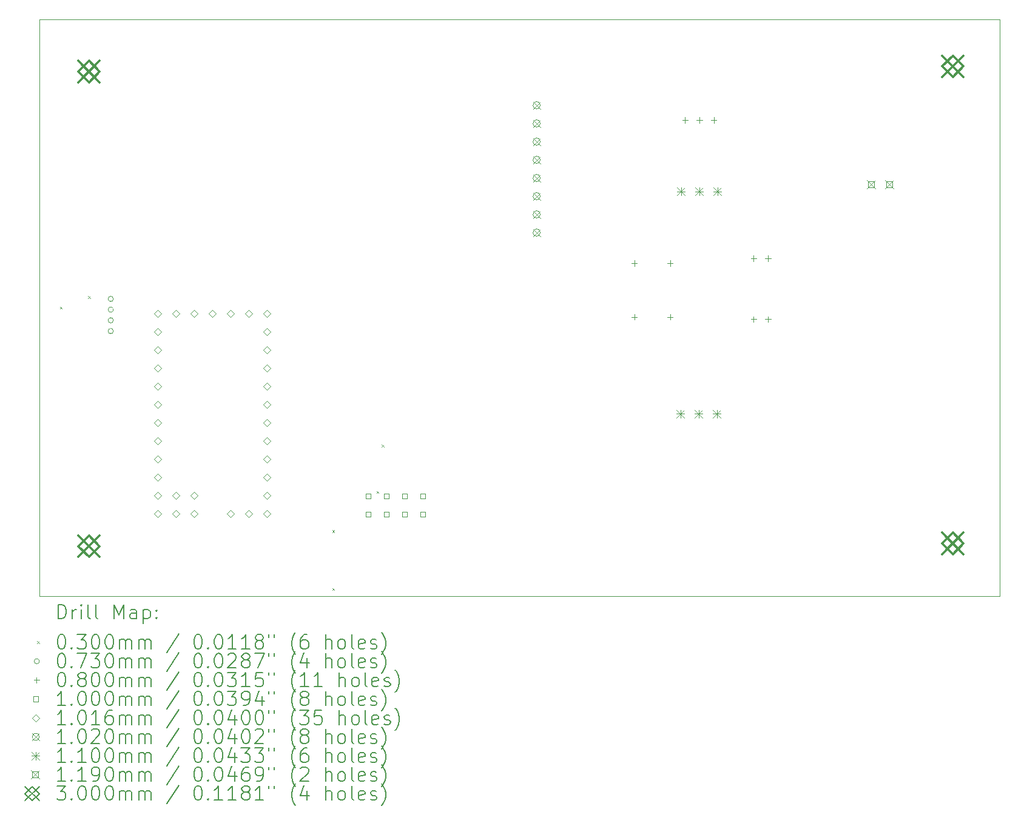
<source format=gbr>
%TF.GenerationSoftware,KiCad,Pcbnew,8.0.4*%
%TF.CreationDate,2024-08-12T16:36:51-06:00*%
%TF.ProjectId,eTerrena,65546572-7265-46e6-912e-6b696361645f,rev?*%
%TF.SameCoordinates,Original*%
%TF.FileFunction,Drillmap*%
%TF.FilePolarity,Positive*%
%FSLAX45Y45*%
G04 Gerber Fmt 4.5, Leading zero omitted, Abs format (unit mm)*
G04 Created by KiCad (PCBNEW 8.0.4) date 2024-08-12 16:36:51*
%MOMM*%
%LPD*%
G01*
G04 APERTURE LIST*
%ADD10C,0.050000*%
%ADD11C,0.200000*%
%ADD12C,0.100000*%
%ADD13C,0.101600*%
%ADD14C,0.102000*%
%ADD15C,0.110000*%
%ADD16C,0.119000*%
%ADD17C,0.300000*%
G04 APERTURE END LIST*
D10*
X7900000Y-6700000D02*
X21300000Y-6700000D01*
X21300000Y-14750000D01*
X7900000Y-14750000D01*
X7900000Y-6700000D01*
D11*
D12*
X8182500Y-10707500D02*
X8212500Y-10737500D01*
X8212500Y-10707500D02*
X8182500Y-10737500D01*
X8575000Y-10560000D02*
X8605000Y-10590000D01*
X8605000Y-10560000D02*
X8575000Y-10590000D01*
X11985000Y-13825000D02*
X12015000Y-13855000D01*
X12015000Y-13825000D02*
X11985000Y-13855000D01*
X11985000Y-14635000D02*
X12015000Y-14665000D01*
X12015000Y-14635000D02*
X11985000Y-14665000D01*
X12603711Y-13280000D02*
X12633711Y-13310000D01*
X12633711Y-13280000D02*
X12603711Y-13310000D01*
X12672500Y-12635000D02*
X12702500Y-12665000D01*
X12702500Y-12635000D02*
X12672500Y-12665000D01*
X8929000Y-10597500D02*
G75*
G02*
X8856000Y-10597500I-36500J0D01*
G01*
X8856000Y-10597500D02*
G75*
G02*
X8929000Y-10597500I36500J0D01*
G01*
X8929000Y-10747500D02*
G75*
G02*
X8856000Y-10747500I-36500J0D01*
G01*
X8856000Y-10747500D02*
G75*
G02*
X8929000Y-10747500I36500J0D01*
G01*
X8929000Y-10897500D02*
G75*
G02*
X8856000Y-10897500I-36500J0D01*
G01*
X8856000Y-10897500D02*
G75*
G02*
X8929000Y-10897500I36500J0D01*
G01*
X8929000Y-11047500D02*
G75*
G02*
X8856000Y-11047500I-36500J0D01*
G01*
X8856000Y-11047500D02*
G75*
G02*
X8929000Y-11047500I36500J0D01*
G01*
X16200000Y-10060000D02*
X16200000Y-10140000D01*
X16160000Y-10100000D02*
X16240000Y-10100000D01*
X16200000Y-10810000D02*
X16200000Y-10890000D01*
X16160000Y-10850000D02*
X16240000Y-10850000D01*
X16700000Y-10060000D02*
X16700000Y-10140000D01*
X16660000Y-10100000D02*
X16740000Y-10100000D01*
X16700000Y-10810000D02*
X16700000Y-10890000D01*
X16660000Y-10850000D02*
X16740000Y-10850000D01*
X16910000Y-8060000D02*
X16910000Y-8140000D01*
X16870000Y-8100000D02*
X16950000Y-8100000D01*
X17110000Y-8060000D02*
X17110000Y-8140000D01*
X17070000Y-8100000D02*
X17150000Y-8100000D01*
X17310000Y-8060000D02*
X17310000Y-8140000D01*
X17270000Y-8100000D02*
X17350000Y-8100000D01*
X17865000Y-9992500D02*
X17865000Y-10072500D01*
X17825000Y-10032500D02*
X17905000Y-10032500D01*
X17865000Y-10842500D02*
X17865000Y-10922500D01*
X17825000Y-10882500D02*
X17905000Y-10882500D01*
X18065000Y-9992500D02*
X18065000Y-10072500D01*
X18025000Y-10032500D02*
X18105000Y-10032500D01*
X18065000Y-10842500D02*
X18065000Y-10922500D01*
X18025000Y-10882500D02*
X18105000Y-10882500D01*
X12523356Y-13385356D02*
X12523356Y-13314644D01*
X12452644Y-13314644D01*
X12452644Y-13385356D01*
X12523356Y-13385356D01*
X12523356Y-13639356D02*
X12523356Y-13568644D01*
X12452644Y-13568644D01*
X12452644Y-13639356D01*
X12523356Y-13639356D01*
X12777356Y-13385356D02*
X12777356Y-13314644D01*
X12706644Y-13314644D01*
X12706644Y-13385356D01*
X12777356Y-13385356D01*
X12777356Y-13639356D02*
X12777356Y-13568644D01*
X12706644Y-13568644D01*
X12706644Y-13639356D01*
X12777356Y-13639356D01*
X13031356Y-13385356D02*
X13031356Y-13314644D01*
X12960644Y-13314644D01*
X12960644Y-13385356D01*
X13031356Y-13385356D01*
X13031356Y-13639356D02*
X13031356Y-13568644D01*
X12960644Y-13568644D01*
X12960644Y-13639356D01*
X13031356Y-13639356D01*
X13285356Y-13385356D02*
X13285356Y-13314644D01*
X13214644Y-13314644D01*
X13214644Y-13385356D01*
X13285356Y-13385356D01*
X13285356Y-13639356D02*
X13285356Y-13568644D01*
X13214644Y-13568644D01*
X13214644Y-13639356D01*
X13285356Y-13639356D01*
D13*
X9546000Y-10850800D02*
X9596800Y-10800000D01*
X9546000Y-10749200D01*
X9495200Y-10800000D01*
X9546000Y-10850800D01*
X9546000Y-11104800D02*
X9596800Y-11054000D01*
X9546000Y-11003200D01*
X9495200Y-11054000D01*
X9546000Y-11104800D01*
X9546000Y-11358800D02*
X9596800Y-11308000D01*
X9546000Y-11257200D01*
X9495200Y-11308000D01*
X9546000Y-11358800D01*
X9546000Y-11612800D02*
X9596800Y-11562000D01*
X9546000Y-11511200D01*
X9495200Y-11562000D01*
X9546000Y-11612800D01*
X9546000Y-11866800D02*
X9596800Y-11816000D01*
X9546000Y-11765200D01*
X9495200Y-11816000D01*
X9546000Y-11866800D01*
X9546000Y-12120800D02*
X9596800Y-12070000D01*
X9546000Y-12019200D01*
X9495200Y-12070000D01*
X9546000Y-12120800D01*
X9546000Y-12374800D02*
X9596800Y-12324000D01*
X9546000Y-12273200D01*
X9495200Y-12324000D01*
X9546000Y-12374800D01*
X9546000Y-12628800D02*
X9596800Y-12578000D01*
X9546000Y-12527200D01*
X9495200Y-12578000D01*
X9546000Y-12628800D01*
X9546000Y-12882800D02*
X9596800Y-12832000D01*
X9546000Y-12781200D01*
X9495200Y-12832000D01*
X9546000Y-12882800D01*
X9546000Y-13136800D02*
X9596800Y-13086000D01*
X9546000Y-13035200D01*
X9495200Y-13086000D01*
X9546000Y-13136800D01*
X9546000Y-13390800D02*
X9596800Y-13340000D01*
X9546000Y-13289200D01*
X9495200Y-13340000D01*
X9546000Y-13390800D01*
X9546000Y-13644800D02*
X9596800Y-13594000D01*
X9546000Y-13543200D01*
X9495200Y-13594000D01*
X9546000Y-13644800D01*
X9800000Y-10850800D02*
X9850800Y-10800000D01*
X9800000Y-10749200D01*
X9749200Y-10800000D01*
X9800000Y-10850800D01*
X9800000Y-13390800D02*
X9850800Y-13340000D01*
X9800000Y-13289200D01*
X9749200Y-13340000D01*
X9800000Y-13390800D01*
X9800000Y-13644800D02*
X9850800Y-13594000D01*
X9800000Y-13543200D01*
X9749200Y-13594000D01*
X9800000Y-13644800D01*
X10054000Y-10850800D02*
X10104800Y-10800000D01*
X10054000Y-10749200D01*
X10003200Y-10800000D01*
X10054000Y-10850800D01*
X10054000Y-13390800D02*
X10104800Y-13340000D01*
X10054000Y-13289200D01*
X10003200Y-13340000D01*
X10054000Y-13390800D01*
X10054000Y-13644800D02*
X10104800Y-13594000D01*
X10054000Y-13543200D01*
X10003200Y-13594000D01*
X10054000Y-13644800D01*
X10308000Y-10850800D02*
X10358800Y-10800000D01*
X10308000Y-10749200D01*
X10257200Y-10800000D01*
X10308000Y-10850800D01*
X10562000Y-10850800D02*
X10612800Y-10800000D01*
X10562000Y-10749200D01*
X10511200Y-10800000D01*
X10562000Y-10850800D01*
X10562000Y-13644800D02*
X10612800Y-13594000D01*
X10562000Y-13543200D01*
X10511200Y-13594000D01*
X10562000Y-13644800D01*
X10816000Y-10850800D02*
X10866800Y-10800000D01*
X10816000Y-10749200D01*
X10765200Y-10800000D01*
X10816000Y-10850800D01*
X10816000Y-13644800D02*
X10866800Y-13594000D01*
X10816000Y-13543200D01*
X10765200Y-13594000D01*
X10816000Y-13644800D01*
X11070000Y-10850800D02*
X11120800Y-10800000D01*
X11070000Y-10749200D01*
X11019200Y-10800000D01*
X11070000Y-10850800D01*
X11070000Y-11104800D02*
X11120800Y-11054000D01*
X11070000Y-11003200D01*
X11019200Y-11054000D01*
X11070000Y-11104800D01*
X11070000Y-11358800D02*
X11120800Y-11308000D01*
X11070000Y-11257200D01*
X11019200Y-11308000D01*
X11070000Y-11358800D01*
X11070000Y-11612800D02*
X11120800Y-11562000D01*
X11070000Y-11511200D01*
X11019200Y-11562000D01*
X11070000Y-11612800D01*
X11070000Y-11866800D02*
X11120800Y-11816000D01*
X11070000Y-11765200D01*
X11019200Y-11816000D01*
X11070000Y-11866800D01*
X11070000Y-12120800D02*
X11120800Y-12070000D01*
X11070000Y-12019200D01*
X11019200Y-12070000D01*
X11070000Y-12120800D01*
X11070000Y-12374800D02*
X11120800Y-12324000D01*
X11070000Y-12273200D01*
X11019200Y-12324000D01*
X11070000Y-12374800D01*
X11070000Y-12628800D02*
X11120800Y-12578000D01*
X11070000Y-12527200D01*
X11019200Y-12578000D01*
X11070000Y-12628800D01*
X11070000Y-12882800D02*
X11120800Y-12832000D01*
X11070000Y-12781200D01*
X11019200Y-12832000D01*
X11070000Y-12882800D01*
X11070000Y-13136800D02*
X11120800Y-13086000D01*
X11070000Y-13035200D01*
X11019200Y-13086000D01*
X11070000Y-13136800D01*
X11070000Y-13390800D02*
X11120800Y-13340000D01*
X11070000Y-13289200D01*
X11019200Y-13340000D01*
X11070000Y-13390800D01*
X11070000Y-13644800D02*
X11120800Y-13594000D01*
X11070000Y-13543200D01*
X11019200Y-13594000D01*
X11070000Y-13644800D01*
D14*
X14785600Y-7844000D02*
X14887600Y-7946000D01*
X14887600Y-7844000D02*
X14785600Y-7946000D01*
X14887600Y-7895000D02*
G75*
G02*
X14785600Y-7895000I-51000J0D01*
G01*
X14785600Y-7895000D02*
G75*
G02*
X14887600Y-7895000I51000J0D01*
G01*
X14785600Y-8098000D02*
X14887600Y-8200000D01*
X14887600Y-8098000D02*
X14785600Y-8200000D01*
X14887600Y-8149000D02*
G75*
G02*
X14785600Y-8149000I-51000J0D01*
G01*
X14785600Y-8149000D02*
G75*
G02*
X14887600Y-8149000I51000J0D01*
G01*
X14785600Y-8352000D02*
X14887600Y-8454000D01*
X14887600Y-8352000D02*
X14785600Y-8454000D01*
X14887600Y-8403000D02*
G75*
G02*
X14785600Y-8403000I-51000J0D01*
G01*
X14785600Y-8403000D02*
G75*
G02*
X14887600Y-8403000I51000J0D01*
G01*
X14785600Y-8606000D02*
X14887600Y-8708000D01*
X14887600Y-8606000D02*
X14785600Y-8708000D01*
X14887600Y-8657000D02*
G75*
G02*
X14785600Y-8657000I-51000J0D01*
G01*
X14785600Y-8657000D02*
G75*
G02*
X14887600Y-8657000I51000J0D01*
G01*
X14785600Y-8860000D02*
X14887600Y-8962000D01*
X14887600Y-8860000D02*
X14785600Y-8962000D01*
X14887600Y-8911000D02*
G75*
G02*
X14785600Y-8911000I-51000J0D01*
G01*
X14785600Y-8911000D02*
G75*
G02*
X14887600Y-8911000I51000J0D01*
G01*
X14785600Y-9114000D02*
X14887600Y-9216000D01*
X14887600Y-9114000D02*
X14785600Y-9216000D01*
X14887600Y-9165000D02*
G75*
G02*
X14785600Y-9165000I-51000J0D01*
G01*
X14785600Y-9165000D02*
G75*
G02*
X14887600Y-9165000I51000J0D01*
G01*
X14785600Y-9368000D02*
X14887600Y-9470000D01*
X14887600Y-9368000D02*
X14785600Y-9470000D01*
X14887600Y-9419000D02*
G75*
G02*
X14785600Y-9419000I-51000J0D01*
G01*
X14785600Y-9419000D02*
G75*
G02*
X14887600Y-9419000I51000J0D01*
G01*
X14785600Y-9622000D02*
X14887600Y-9724000D01*
X14887600Y-9622000D02*
X14785600Y-9724000D01*
X14887600Y-9673000D02*
G75*
G02*
X14785600Y-9673000I-51000J0D01*
G01*
X14785600Y-9673000D02*
G75*
G02*
X14887600Y-9673000I51000J0D01*
G01*
D15*
X16791000Y-12145000D02*
X16901000Y-12255000D01*
X16901000Y-12145000D02*
X16791000Y-12255000D01*
X16846000Y-12145000D02*
X16846000Y-12255000D01*
X16791000Y-12200000D02*
X16901000Y-12200000D01*
X16797000Y-9045000D02*
X16907000Y-9155000D01*
X16907000Y-9045000D02*
X16797000Y-9155000D01*
X16852000Y-9045000D02*
X16852000Y-9155000D01*
X16797000Y-9100000D02*
X16907000Y-9100000D01*
X17045000Y-12145000D02*
X17155000Y-12255000D01*
X17155000Y-12145000D02*
X17045000Y-12255000D01*
X17100000Y-12145000D02*
X17100000Y-12255000D01*
X17045000Y-12200000D02*
X17155000Y-12200000D01*
X17051000Y-9045000D02*
X17161000Y-9155000D01*
X17161000Y-9045000D02*
X17051000Y-9155000D01*
X17106000Y-9045000D02*
X17106000Y-9155000D01*
X17051000Y-9100000D02*
X17161000Y-9100000D01*
X17299000Y-12145000D02*
X17409000Y-12255000D01*
X17409000Y-12145000D02*
X17299000Y-12255000D01*
X17354000Y-12145000D02*
X17354000Y-12255000D01*
X17299000Y-12200000D02*
X17409000Y-12200000D01*
X17305000Y-9045000D02*
X17415000Y-9155000D01*
X17415000Y-9045000D02*
X17305000Y-9155000D01*
X17360000Y-9045000D02*
X17360000Y-9155000D01*
X17305000Y-9100000D02*
X17415000Y-9100000D01*
D16*
X19446500Y-8940500D02*
X19565500Y-9059500D01*
X19565500Y-8940500D02*
X19446500Y-9059500D01*
X19548073Y-9042073D02*
X19548073Y-8957927D01*
X19463927Y-8957927D01*
X19463927Y-9042073D01*
X19548073Y-9042073D01*
X19700500Y-8940500D02*
X19819500Y-9059500D01*
X19819500Y-8940500D02*
X19700500Y-9059500D01*
X19802073Y-9042073D02*
X19802073Y-8957927D01*
X19717927Y-8957927D01*
X19717927Y-9042073D01*
X19802073Y-9042073D01*
D17*
X8437500Y-7275000D02*
X8737500Y-7575000D01*
X8737500Y-7275000D02*
X8437500Y-7575000D01*
X8587500Y-7575000D02*
X8737500Y-7425000D01*
X8587500Y-7275000D01*
X8437500Y-7425000D01*
X8587500Y-7575000D01*
X8437500Y-13900000D02*
X8737500Y-14200000D01*
X8737500Y-13900000D02*
X8437500Y-14200000D01*
X8587500Y-14200000D02*
X8737500Y-14050000D01*
X8587500Y-13900000D01*
X8437500Y-14050000D01*
X8587500Y-14200000D01*
X20495000Y-7200000D02*
X20795000Y-7500000D01*
X20795000Y-7200000D02*
X20495000Y-7500000D01*
X20645000Y-7500000D02*
X20795000Y-7350000D01*
X20645000Y-7200000D01*
X20495000Y-7350000D01*
X20645000Y-7500000D01*
X20495000Y-13862500D02*
X20795000Y-14162500D01*
X20795000Y-13862500D02*
X20495000Y-14162500D01*
X20645000Y-14162500D02*
X20795000Y-14012500D01*
X20645000Y-13862500D01*
X20495000Y-14012500D01*
X20645000Y-14162500D01*
D11*
X8158277Y-15063984D02*
X8158277Y-14863984D01*
X8158277Y-14863984D02*
X8205896Y-14863984D01*
X8205896Y-14863984D02*
X8234467Y-14873508D01*
X8234467Y-14873508D02*
X8253515Y-14892555D01*
X8253515Y-14892555D02*
X8263039Y-14911603D01*
X8263039Y-14911603D02*
X8272562Y-14949698D01*
X8272562Y-14949698D02*
X8272562Y-14978269D01*
X8272562Y-14978269D02*
X8263039Y-15016365D01*
X8263039Y-15016365D02*
X8253515Y-15035412D01*
X8253515Y-15035412D02*
X8234467Y-15054460D01*
X8234467Y-15054460D02*
X8205896Y-15063984D01*
X8205896Y-15063984D02*
X8158277Y-15063984D01*
X8358277Y-15063984D02*
X8358277Y-14930650D01*
X8358277Y-14968746D02*
X8367801Y-14949698D01*
X8367801Y-14949698D02*
X8377324Y-14940174D01*
X8377324Y-14940174D02*
X8396372Y-14930650D01*
X8396372Y-14930650D02*
X8415420Y-14930650D01*
X8482086Y-15063984D02*
X8482086Y-14930650D01*
X8482086Y-14863984D02*
X8472563Y-14873508D01*
X8472563Y-14873508D02*
X8482086Y-14883031D01*
X8482086Y-14883031D02*
X8491610Y-14873508D01*
X8491610Y-14873508D02*
X8482086Y-14863984D01*
X8482086Y-14863984D02*
X8482086Y-14883031D01*
X8605896Y-15063984D02*
X8586848Y-15054460D01*
X8586848Y-15054460D02*
X8577324Y-15035412D01*
X8577324Y-15035412D02*
X8577324Y-14863984D01*
X8710658Y-15063984D02*
X8691610Y-15054460D01*
X8691610Y-15054460D02*
X8682086Y-15035412D01*
X8682086Y-15035412D02*
X8682086Y-14863984D01*
X8939229Y-15063984D02*
X8939229Y-14863984D01*
X8939229Y-14863984D02*
X9005896Y-15006841D01*
X9005896Y-15006841D02*
X9072563Y-14863984D01*
X9072563Y-14863984D02*
X9072563Y-15063984D01*
X9253515Y-15063984D02*
X9253515Y-14959222D01*
X9253515Y-14959222D02*
X9243991Y-14940174D01*
X9243991Y-14940174D02*
X9224944Y-14930650D01*
X9224944Y-14930650D02*
X9186848Y-14930650D01*
X9186848Y-14930650D02*
X9167801Y-14940174D01*
X9253515Y-15054460D02*
X9234467Y-15063984D01*
X9234467Y-15063984D02*
X9186848Y-15063984D01*
X9186848Y-15063984D02*
X9167801Y-15054460D01*
X9167801Y-15054460D02*
X9158277Y-15035412D01*
X9158277Y-15035412D02*
X9158277Y-15016365D01*
X9158277Y-15016365D02*
X9167801Y-14997317D01*
X9167801Y-14997317D02*
X9186848Y-14987793D01*
X9186848Y-14987793D02*
X9234467Y-14987793D01*
X9234467Y-14987793D02*
X9253515Y-14978269D01*
X9348753Y-14930650D02*
X9348753Y-15130650D01*
X9348753Y-14940174D02*
X9367801Y-14930650D01*
X9367801Y-14930650D02*
X9405896Y-14930650D01*
X9405896Y-14930650D02*
X9424944Y-14940174D01*
X9424944Y-14940174D02*
X9434467Y-14949698D01*
X9434467Y-14949698D02*
X9443991Y-14968746D01*
X9443991Y-14968746D02*
X9443991Y-15025888D01*
X9443991Y-15025888D02*
X9434467Y-15044936D01*
X9434467Y-15044936D02*
X9424944Y-15054460D01*
X9424944Y-15054460D02*
X9405896Y-15063984D01*
X9405896Y-15063984D02*
X9367801Y-15063984D01*
X9367801Y-15063984D02*
X9348753Y-15054460D01*
X9529705Y-15044936D02*
X9539229Y-15054460D01*
X9539229Y-15054460D02*
X9529705Y-15063984D01*
X9529705Y-15063984D02*
X9520182Y-15054460D01*
X9520182Y-15054460D02*
X9529705Y-15044936D01*
X9529705Y-15044936D02*
X9529705Y-15063984D01*
X9529705Y-14940174D02*
X9539229Y-14949698D01*
X9539229Y-14949698D02*
X9529705Y-14959222D01*
X9529705Y-14959222D02*
X9520182Y-14949698D01*
X9520182Y-14949698D02*
X9529705Y-14940174D01*
X9529705Y-14940174D02*
X9529705Y-14959222D01*
D12*
X7867500Y-15377500D02*
X7897500Y-15407500D01*
X7897500Y-15377500D02*
X7867500Y-15407500D01*
D11*
X8196372Y-15283984D02*
X8215420Y-15283984D01*
X8215420Y-15283984D02*
X8234467Y-15293508D01*
X8234467Y-15293508D02*
X8243991Y-15303031D01*
X8243991Y-15303031D02*
X8253515Y-15322079D01*
X8253515Y-15322079D02*
X8263039Y-15360174D01*
X8263039Y-15360174D02*
X8263039Y-15407793D01*
X8263039Y-15407793D02*
X8253515Y-15445888D01*
X8253515Y-15445888D02*
X8243991Y-15464936D01*
X8243991Y-15464936D02*
X8234467Y-15474460D01*
X8234467Y-15474460D02*
X8215420Y-15483984D01*
X8215420Y-15483984D02*
X8196372Y-15483984D01*
X8196372Y-15483984D02*
X8177324Y-15474460D01*
X8177324Y-15474460D02*
X8167801Y-15464936D01*
X8167801Y-15464936D02*
X8158277Y-15445888D01*
X8158277Y-15445888D02*
X8148753Y-15407793D01*
X8148753Y-15407793D02*
X8148753Y-15360174D01*
X8148753Y-15360174D02*
X8158277Y-15322079D01*
X8158277Y-15322079D02*
X8167801Y-15303031D01*
X8167801Y-15303031D02*
X8177324Y-15293508D01*
X8177324Y-15293508D02*
X8196372Y-15283984D01*
X8348753Y-15464936D02*
X8358277Y-15474460D01*
X8358277Y-15474460D02*
X8348753Y-15483984D01*
X8348753Y-15483984D02*
X8339229Y-15474460D01*
X8339229Y-15474460D02*
X8348753Y-15464936D01*
X8348753Y-15464936D02*
X8348753Y-15483984D01*
X8424944Y-15283984D02*
X8548753Y-15283984D01*
X8548753Y-15283984D02*
X8482086Y-15360174D01*
X8482086Y-15360174D02*
X8510658Y-15360174D01*
X8510658Y-15360174D02*
X8529705Y-15369698D01*
X8529705Y-15369698D02*
X8539229Y-15379222D01*
X8539229Y-15379222D02*
X8548753Y-15398269D01*
X8548753Y-15398269D02*
X8548753Y-15445888D01*
X8548753Y-15445888D02*
X8539229Y-15464936D01*
X8539229Y-15464936D02*
X8529705Y-15474460D01*
X8529705Y-15474460D02*
X8510658Y-15483984D01*
X8510658Y-15483984D02*
X8453515Y-15483984D01*
X8453515Y-15483984D02*
X8434467Y-15474460D01*
X8434467Y-15474460D02*
X8424944Y-15464936D01*
X8672563Y-15283984D02*
X8691610Y-15283984D01*
X8691610Y-15283984D02*
X8710658Y-15293508D01*
X8710658Y-15293508D02*
X8720182Y-15303031D01*
X8720182Y-15303031D02*
X8729705Y-15322079D01*
X8729705Y-15322079D02*
X8739229Y-15360174D01*
X8739229Y-15360174D02*
X8739229Y-15407793D01*
X8739229Y-15407793D02*
X8729705Y-15445888D01*
X8729705Y-15445888D02*
X8720182Y-15464936D01*
X8720182Y-15464936D02*
X8710658Y-15474460D01*
X8710658Y-15474460D02*
X8691610Y-15483984D01*
X8691610Y-15483984D02*
X8672563Y-15483984D01*
X8672563Y-15483984D02*
X8653515Y-15474460D01*
X8653515Y-15474460D02*
X8643991Y-15464936D01*
X8643991Y-15464936D02*
X8634467Y-15445888D01*
X8634467Y-15445888D02*
X8624944Y-15407793D01*
X8624944Y-15407793D02*
X8624944Y-15360174D01*
X8624944Y-15360174D02*
X8634467Y-15322079D01*
X8634467Y-15322079D02*
X8643991Y-15303031D01*
X8643991Y-15303031D02*
X8653515Y-15293508D01*
X8653515Y-15293508D02*
X8672563Y-15283984D01*
X8863039Y-15283984D02*
X8882086Y-15283984D01*
X8882086Y-15283984D02*
X8901134Y-15293508D01*
X8901134Y-15293508D02*
X8910658Y-15303031D01*
X8910658Y-15303031D02*
X8920182Y-15322079D01*
X8920182Y-15322079D02*
X8929705Y-15360174D01*
X8929705Y-15360174D02*
X8929705Y-15407793D01*
X8929705Y-15407793D02*
X8920182Y-15445888D01*
X8920182Y-15445888D02*
X8910658Y-15464936D01*
X8910658Y-15464936D02*
X8901134Y-15474460D01*
X8901134Y-15474460D02*
X8882086Y-15483984D01*
X8882086Y-15483984D02*
X8863039Y-15483984D01*
X8863039Y-15483984D02*
X8843991Y-15474460D01*
X8843991Y-15474460D02*
X8834467Y-15464936D01*
X8834467Y-15464936D02*
X8824944Y-15445888D01*
X8824944Y-15445888D02*
X8815420Y-15407793D01*
X8815420Y-15407793D02*
X8815420Y-15360174D01*
X8815420Y-15360174D02*
X8824944Y-15322079D01*
X8824944Y-15322079D02*
X8834467Y-15303031D01*
X8834467Y-15303031D02*
X8843991Y-15293508D01*
X8843991Y-15293508D02*
X8863039Y-15283984D01*
X9015420Y-15483984D02*
X9015420Y-15350650D01*
X9015420Y-15369698D02*
X9024944Y-15360174D01*
X9024944Y-15360174D02*
X9043991Y-15350650D01*
X9043991Y-15350650D02*
X9072563Y-15350650D01*
X9072563Y-15350650D02*
X9091610Y-15360174D01*
X9091610Y-15360174D02*
X9101134Y-15379222D01*
X9101134Y-15379222D02*
X9101134Y-15483984D01*
X9101134Y-15379222D02*
X9110658Y-15360174D01*
X9110658Y-15360174D02*
X9129705Y-15350650D01*
X9129705Y-15350650D02*
X9158277Y-15350650D01*
X9158277Y-15350650D02*
X9177325Y-15360174D01*
X9177325Y-15360174D02*
X9186848Y-15379222D01*
X9186848Y-15379222D02*
X9186848Y-15483984D01*
X9282086Y-15483984D02*
X9282086Y-15350650D01*
X9282086Y-15369698D02*
X9291610Y-15360174D01*
X9291610Y-15360174D02*
X9310658Y-15350650D01*
X9310658Y-15350650D02*
X9339229Y-15350650D01*
X9339229Y-15350650D02*
X9358277Y-15360174D01*
X9358277Y-15360174D02*
X9367801Y-15379222D01*
X9367801Y-15379222D02*
X9367801Y-15483984D01*
X9367801Y-15379222D02*
X9377325Y-15360174D01*
X9377325Y-15360174D02*
X9396372Y-15350650D01*
X9396372Y-15350650D02*
X9424944Y-15350650D01*
X9424944Y-15350650D02*
X9443991Y-15360174D01*
X9443991Y-15360174D02*
X9453515Y-15379222D01*
X9453515Y-15379222D02*
X9453515Y-15483984D01*
X9843991Y-15274460D02*
X9672563Y-15531603D01*
X10101134Y-15283984D02*
X10120182Y-15283984D01*
X10120182Y-15283984D02*
X10139229Y-15293508D01*
X10139229Y-15293508D02*
X10148753Y-15303031D01*
X10148753Y-15303031D02*
X10158277Y-15322079D01*
X10158277Y-15322079D02*
X10167801Y-15360174D01*
X10167801Y-15360174D02*
X10167801Y-15407793D01*
X10167801Y-15407793D02*
X10158277Y-15445888D01*
X10158277Y-15445888D02*
X10148753Y-15464936D01*
X10148753Y-15464936D02*
X10139229Y-15474460D01*
X10139229Y-15474460D02*
X10120182Y-15483984D01*
X10120182Y-15483984D02*
X10101134Y-15483984D01*
X10101134Y-15483984D02*
X10082087Y-15474460D01*
X10082087Y-15474460D02*
X10072563Y-15464936D01*
X10072563Y-15464936D02*
X10063039Y-15445888D01*
X10063039Y-15445888D02*
X10053515Y-15407793D01*
X10053515Y-15407793D02*
X10053515Y-15360174D01*
X10053515Y-15360174D02*
X10063039Y-15322079D01*
X10063039Y-15322079D02*
X10072563Y-15303031D01*
X10072563Y-15303031D02*
X10082087Y-15293508D01*
X10082087Y-15293508D02*
X10101134Y-15283984D01*
X10253515Y-15464936D02*
X10263039Y-15474460D01*
X10263039Y-15474460D02*
X10253515Y-15483984D01*
X10253515Y-15483984D02*
X10243991Y-15474460D01*
X10243991Y-15474460D02*
X10253515Y-15464936D01*
X10253515Y-15464936D02*
X10253515Y-15483984D01*
X10386848Y-15283984D02*
X10405896Y-15283984D01*
X10405896Y-15283984D02*
X10424944Y-15293508D01*
X10424944Y-15293508D02*
X10434468Y-15303031D01*
X10434468Y-15303031D02*
X10443991Y-15322079D01*
X10443991Y-15322079D02*
X10453515Y-15360174D01*
X10453515Y-15360174D02*
X10453515Y-15407793D01*
X10453515Y-15407793D02*
X10443991Y-15445888D01*
X10443991Y-15445888D02*
X10434468Y-15464936D01*
X10434468Y-15464936D02*
X10424944Y-15474460D01*
X10424944Y-15474460D02*
X10405896Y-15483984D01*
X10405896Y-15483984D02*
X10386848Y-15483984D01*
X10386848Y-15483984D02*
X10367801Y-15474460D01*
X10367801Y-15474460D02*
X10358277Y-15464936D01*
X10358277Y-15464936D02*
X10348753Y-15445888D01*
X10348753Y-15445888D02*
X10339229Y-15407793D01*
X10339229Y-15407793D02*
X10339229Y-15360174D01*
X10339229Y-15360174D02*
X10348753Y-15322079D01*
X10348753Y-15322079D02*
X10358277Y-15303031D01*
X10358277Y-15303031D02*
X10367801Y-15293508D01*
X10367801Y-15293508D02*
X10386848Y-15283984D01*
X10643991Y-15483984D02*
X10529706Y-15483984D01*
X10586848Y-15483984D02*
X10586848Y-15283984D01*
X10586848Y-15283984D02*
X10567801Y-15312555D01*
X10567801Y-15312555D02*
X10548753Y-15331603D01*
X10548753Y-15331603D02*
X10529706Y-15341127D01*
X10834468Y-15483984D02*
X10720182Y-15483984D01*
X10777325Y-15483984D02*
X10777325Y-15283984D01*
X10777325Y-15283984D02*
X10758277Y-15312555D01*
X10758277Y-15312555D02*
X10739229Y-15331603D01*
X10739229Y-15331603D02*
X10720182Y-15341127D01*
X10948753Y-15369698D02*
X10929706Y-15360174D01*
X10929706Y-15360174D02*
X10920182Y-15350650D01*
X10920182Y-15350650D02*
X10910658Y-15331603D01*
X10910658Y-15331603D02*
X10910658Y-15322079D01*
X10910658Y-15322079D02*
X10920182Y-15303031D01*
X10920182Y-15303031D02*
X10929706Y-15293508D01*
X10929706Y-15293508D02*
X10948753Y-15283984D01*
X10948753Y-15283984D02*
X10986849Y-15283984D01*
X10986849Y-15283984D02*
X11005896Y-15293508D01*
X11005896Y-15293508D02*
X11015420Y-15303031D01*
X11015420Y-15303031D02*
X11024944Y-15322079D01*
X11024944Y-15322079D02*
X11024944Y-15331603D01*
X11024944Y-15331603D02*
X11015420Y-15350650D01*
X11015420Y-15350650D02*
X11005896Y-15360174D01*
X11005896Y-15360174D02*
X10986849Y-15369698D01*
X10986849Y-15369698D02*
X10948753Y-15369698D01*
X10948753Y-15369698D02*
X10929706Y-15379222D01*
X10929706Y-15379222D02*
X10920182Y-15388746D01*
X10920182Y-15388746D02*
X10910658Y-15407793D01*
X10910658Y-15407793D02*
X10910658Y-15445888D01*
X10910658Y-15445888D02*
X10920182Y-15464936D01*
X10920182Y-15464936D02*
X10929706Y-15474460D01*
X10929706Y-15474460D02*
X10948753Y-15483984D01*
X10948753Y-15483984D02*
X10986849Y-15483984D01*
X10986849Y-15483984D02*
X11005896Y-15474460D01*
X11005896Y-15474460D02*
X11015420Y-15464936D01*
X11015420Y-15464936D02*
X11024944Y-15445888D01*
X11024944Y-15445888D02*
X11024944Y-15407793D01*
X11024944Y-15407793D02*
X11015420Y-15388746D01*
X11015420Y-15388746D02*
X11005896Y-15379222D01*
X11005896Y-15379222D02*
X10986849Y-15369698D01*
X11101134Y-15283984D02*
X11101134Y-15322079D01*
X11177325Y-15283984D02*
X11177325Y-15322079D01*
X11472563Y-15560174D02*
X11463039Y-15550650D01*
X11463039Y-15550650D02*
X11443991Y-15522079D01*
X11443991Y-15522079D02*
X11434468Y-15503031D01*
X11434468Y-15503031D02*
X11424944Y-15474460D01*
X11424944Y-15474460D02*
X11415420Y-15426841D01*
X11415420Y-15426841D02*
X11415420Y-15388746D01*
X11415420Y-15388746D02*
X11424944Y-15341127D01*
X11424944Y-15341127D02*
X11434468Y-15312555D01*
X11434468Y-15312555D02*
X11443991Y-15293508D01*
X11443991Y-15293508D02*
X11463039Y-15264936D01*
X11463039Y-15264936D02*
X11472563Y-15255412D01*
X11634468Y-15283984D02*
X11596372Y-15283984D01*
X11596372Y-15283984D02*
X11577325Y-15293508D01*
X11577325Y-15293508D02*
X11567801Y-15303031D01*
X11567801Y-15303031D02*
X11548753Y-15331603D01*
X11548753Y-15331603D02*
X11539229Y-15369698D01*
X11539229Y-15369698D02*
X11539229Y-15445888D01*
X11539229Y-15445888D02*
X11548753Y-15464936D01*
X11548753Y-15464936D02*
X11558277Y-15474460D01*
X11558277Y-15474460D02*
X11577325Y-15483984D01*
X11577325Y-15483984D02*
X11615420Y-15483984D01*
X11615420Y-15483984D02*
X11634468Y-15474460D01*
X11634468Y-15474460D02*
X11643991Y-15464936D01*
X11643991Y-15464936D02*
X11653515Y-15445888D01*
X11653515Y-15445888D02*
X11653515Y-15398269D01*
X11653515Y-15398269D02*
X11643991Y-15379222D01*
X11643991Y-15379222D02*
X11634468Y-15369698D01*
X11634468Y-15369698D02*
X11615420Y-15360174D01*
X11615420Y-15360174D02*
X11577325Y-15360174D01*
X11577325Y-15360174D02*
X11558277Y-15369698D01*
X11558277Y-15369698D02*
X11548753Y-15379222D01*
X11548753Y-15379222D02*
X11539229Y-15398269D01*
X11891610Y-15483984D02*
X11891610Y-15283984D01*
X11977325Y-15483984D02*
X11977325Y-15379222D01*
X11977325Y-15379222D02*
X11967801Y-15360174D01*
X11967801Y-15360174D02*
X11948753Y-15350650D01*
X11948753Y-15350650D02*
X11920182Y-15350650D01*
X11920182Y-15350650D02*
X11901134Y-15360174D01*
X11901134Y-15360174D02*
X11891610Y-15369698D01*
X12101134Y-15483984D02*
X12082087Y-15474460D01*
X12082087Y-15474460D02*
X12072563Y-15464936D01*
X12072563Y-15464936D02*
X12063039Y-15445888D01*
X12063039Y-15445888D02*
X12063039Y-15388746D01*
X12063039Y-15388746D02*
X12072563Y-15369698D01*
X12072563Y-15369698D02*
X12082087Y-15360174D01*
X12082087Y-15360174D02*
X12101134Y-15350650D01*
X12101134Y-15350650D02*
X12129706Y-15350650D01*
X12129706Y-15350650D02*
X12148753Y-15360174D01*
X12148753Y-15360174D02*
X12158277Y-15369698D01*
X12158277Y-15369698D02*
X12167801Y-15388746D01*
X12167801Y-15388746D02*
X12167801Y-15445888D01*
X12167801Y-15445888D02*
X12158277Y-15464936D01*
X12158277Y-15464936D02*
X12148753Y-15474460D01*
X12148753Y-15474460D02*
X12129706Y-15483984D01*
X12129706Y-15483984D02*
X12101134Y-15483984D01*
X12282087Y-15483984D02*
X12263039Y-15474460D01*
X12263039Y-15474460D02*
X12253515Y-15455412D01*
X12253515Y-15455412D02*
X12253515Y-15283984D01*
X12434468Y-15474460D02*
X12415420Y-15483984D01*
X12415420Y-15483984D02*
X12377325Y-15483984D01*
X12377325Y-15483984D02*
X12358277Y-15474460D01*
X12358277Y-15474460D02*
X12348753Y-15455412D01*
X12348753Y-15455412D02*
X12348753Y-15379222D01*
X12348753Y-15379222D02*
X12358277Y-15360174D01*
X12358277Y-15360174D02*
X12377325Y-15350650D01*
X12377325Y-15350650D02*
X12415420Y-15350650D01*
X12415420Y-15350650D02*
X12434468Y-15360174D01*
X12434468Y-15360174D02*
X12443991Y-15379222D01*
X12443991Y-15379222D02*
X12443991Y-15398269D01*
X12443991Y-15398269D02*
X12348753Y-15417317D01*
X12520182Y-15474460D02*
X12539230Y-15483984D01*
X12539230Y-15483984D02*
X12577325Y-15483984D01*
X12577325Y-15483984D02*
X12596372Y-15474460D01*
X12596372Y-15474460D02*
X12605896Y-15455412D01*
X12605896Y-15455412D02*
X12605896Y-15445888D01*
X12605896Y-15445888D02*
X12596372Y-15426841D01*
X12596372Y-15426841D02*
X12577325Y-15417317D01*
X12577325Y-15417317D02*
X12548753Y-15417317D01*
X12548753Y-15417317D02*
X12529706Y-15407793D01*
X12529706Y-15407793D02*
X12520182Y-15388746D01*
X12520182Y-15388746D02*
X12520182Y-15379222D01*
X12520182Y-15379222D02*
X12529706Y-15360174D01*
X12529706Y-15360174D02*
X12548753Y-15350650D01*
X12548753Y-15350650D02*
X12577325Y-15350650D01*
X12577325Y-15350650D02*
X12596372Y-15360174D01*
X12672563Y-15560174D02*
X12682087Y-15550650D01*
X12682087Y-15550650D02*
X12701134Y-15522079D01*
X12701134Y-15522079D02*
X12710658Y-15503031D01*
X12710658Y-15503031D02*
X12720182Y-15474460D01*
X12720182Y-15474460D02*
X12729706Y-15426841D01*
X12729706Y-15426841D02*
X12729706Y-15388746D01*
X12729706Y-15388746D02*
X12720182Y-15341127D01*
X12720182Y-15341127D02*
X12710658Y-15312555D01*
X12710658Y-15312555D02*
X12701134Y-15293508D01*
X12701134Y-15293508D02*
X12682087Y-15264936D01*
X12682087Y-15264936D02*
X12672563Y-15255412D01*
D12*
X7897500Y-15656500D02*
G75*
G02*
X7824500Y-15656500I-36500J0D01*
G01*
X7824500Y-15656500D02*
G75*
G02*
X7897500Y-15656500I36500J0D01*
G01*
D11*
X8196372Y-15547984D02*
X8215420Y-15547984D01*
X8215420Y-15547984D02*
X8234467Y-15557508D01*
X8234467Y-15557508D02*
X8243991Y-15567031D01*
X8243991Y-15567031D02*
X8253515Y-15586079D01*
X8253515Y-15586079D02*
X8263039Y-15624174D01*
X8263039Y-15624174D02*
X8263039Y-15671793D01*
X8263039Y-15671793D02*
X8253515Y-15709888D01*
X8253515Y-15709888D02*
X8243991Y-15728936D01*
X8243991Y-15728936D02*
X8234467Y-15738460D01*
X8234467Y-15738460D02*
X8215420Y-15747984D01*
X8215420Y-15747984D02*
X8196372Y-15747984D01*
X8196372Y-15747984D02*
X8177324Y-15738460D01*
X8177324Y-15738460D02*
X8167801Y-15728936D01*
X8167801Y-15728936D02*
X8158277Y-15709888D01*
X8158277Y-15709888D02*
X8148753Y-15671793D01*
X8148753Y-15671793D02*
X8148753Y-15624174D01*
X8148753Y-15624174D02*
X8158277Y-15586079D01*
X8158277Y-15586079D02*
X8167801Y-15567031D01*
X8167801Y-15567031D02*
X8177324Y-15557508D01*
X8177324Y-15557508D02*
X8196372Y-15547984D01*
X8348753Y-15728936D02*
X8358277Y-15738460D01*
X8358277Y-15738460D02*
X8348753Y-15747984D01*
X8348753Y-15747984D02*
X8339229Y-15738460D01*
X8339229Y-15738460D02*
X8348753Y-15728936D01*
X8348753Y-15728936D02*
X8348753Y-15747984D01*
X8424944Y-15547984D02*
X8558277Y-15547984D01*
X8558277Y-15547984D02*
X8472563Y-15747984D01*
X8615420Y-15547984D02*
X8739229Y-15547984D01*
X8739229Y-15547984D02*
X8672563Y-15624174D01*
X8672563Y-15624174D02*
X8701134Y-15624174D01*
X8701134Y-15624174D02*
X8720182Y-15633698D01*
X8720182Y-15633698D02*
X8729705Y-15643222D01*
X8729705Y-15643222D02*
X8739229Y-15662269D01*
X8739229Y-15662269D02*
X8739229Y-15709888D01*
X8739229Y-15709888D02*
X8729705Y-15728936D01*
X8729705Y-15728936D02*
X8720182Y-15738460D01*
X8720182Y-15738460D02*
X8701134Y-15747984D01*
X8701134Y-15747984D02*
X8643991Y-15747984D01*
X8643991Y-15747984D02*
X8624944Y-15738460D01*
X8624944Y-15738460D02*
X8615420Y-15728936D01*
X8863039Y-15547984D02*
X8882086Y-15547984D01*
X8882086Y-15547984D02*
X8901134Y-15557508D01*
X8901134Y-15557508D02*
X8910658Y-15567031D01*
X8910658Y-15567031D02*
X8920182Y-15586079D01*
X8920182Y-15586079D02*
X8929705Y-15624174D01*
X8929705Y-15624174D02*
X8929705Y-15671793D01*
X8929705Y-15671793D02*
X8920182Y-15709888D01*
X8920182Y-15709888D02*
X8910658Y-15728936D01*
X8910658Y-15728936D02*
X8901134Y-15738460D01*
X8901134Y-15738460D02*
X8882086Y-15747984D01*
X8882086Y-15747984D02*
X8863039Y-15747984D01*
X8863039Y-15747984D02*
X8843991Y-15738460D01*
X8843991Y-15738460D02*
X8834467Y-15728936D01*
X8834467Y-15728936D02*
X8824944Y-15709888D01*
X8824944Y-15709888D02*
X8815420Y-15671793D01*
X8815420Y-15671793D02*
X8815420Y-15624174D01*
X8815420Y-15624174D02*
X8824944Y-15586079D01*
X8824944Y-15586079D02*
X8834467Y-15567031D01*
X8834467Y-15567031D02*
X8843991Y-15557508D01*
X8843991Y-15557508D02*
X8863039Y-15547984D01*
X9015420Y-15747984D02*
X9015420Y-15614650D01*
X9015420Y-15633698D02*
X9024944Y-15624174D01*
X9024944Y-15624174D02*
X9043991Y-15614650D01*
X9043991Y-15614650D02*
X9072563Y-15614650D01*
X9072563Y-15614650D02*
X9091610Y-15624174D01*
X9091610Y-15624174D02*
X9101134Y-15643222D01*
X9101134Y-15643222D02*
X9101134Y-15747984D01*
X9101134Y-15643222D02*
X9110658Y-15624174D01*
X9110658Y-15624174D02*
X9129705Y-15614650D01*
X9129705Y-15614650D02*
X9158277Y-15614650D01*
X9158277Y-15614650D02*
X9177325Y-15624174D01*
X9177325Y-15624174D02*
X9186848Y-15643222D01*
X9186848Y-15643222D02*
X9186848Y-15747984D01*
X9282086Y-15747984D02*
X9282086Y-15614650D01*
X9282086Y-15633698D02*
X9291610Y-15624174D01*
X9291610Y-15624174D02*
X9310658Y-15614650D01*
X9310658Y-15614650D02*
X9339229Y-15614650D01*
X9339229Y-15614650D02*
X9358277Y-15624174D01*
X9358277Y-15624174D02*
X9367801Y-15643222D01*
X9367801Y-15643222D02*
X9367801Y-15747984D01*
X9367801Y-15643222D02*
X9377325Y-15624174D01*
X9377325Y-15624174D02*
X9396372Y-15614650D01*
X9396372Y-15614650D02*
X9424944Y-15614650D01*
X9424944Y-15614650D02*
X9443991Y-15624174D01*
X9443991Y-15624174D02*
X9453515Y-15643222D01*
X9453515Y-15643222D02*
X9453515Y-15747984D01*
X9843991Y-15538460D02*
X9672563Y-15795603D01*
X10101134Y-15547984D02*
X10120182Y-15547984D01*
X10120182Y-15547984D02*
X10139229Y-15557508D01*
X10139229Y-15557508D02*
X10148753Y-15567031D01*
X10148753Y-15567031D02*
X10158277Y-15586079D01*
X10158277Y-15586079D02*
X10167801Y-15624174D01*
X10167801Y-15624174D02*
X10167801Y-15671793D01*
X10167801Y-15671793D02*
X10158277Y-15709888D01*
X10158277Y-15709888D02*
X10148753Y-15728936D01*
X10148753Y-15728936D02*
X10139229Y-15738460D01*
X10139229Y-15738460D02*
X10120182Y-15747984D01*
X10120182Y-15747984D02*
X10101134Y-15747984D01*
X10101134Y-15747984D02*
X10082087Y-15738460D01*
X10082087Y-15738460D02*
X10072563Y-15728936D01*
X10072563Y-15728936D02*
X10063039Y-15709888D01*
X10063039Y-15709888D02*
X10053515Y-15671793D01*
X10053515Y-15671793D02*
X10053515Y-15624174D01*
X10053515Y-15624174D02*
X10063039Y-15586079D01*
X10063039Y-15586079D02*
X10072563Y-15567031D01*
X10072563Y-15567031D02*
X10082087Y-15557508D01*
X10082087Y-15557508D02*
X10101134Y-15547984D01*
X10253515Y-15728936D02*
X10263039Y-15738460D01*
X10263039Y-15738460D02*
X10253515Y-15747984D01*
X10253515Y-15747984D02*
X10243991Y-15738460D01*
X10243991Y-15738460D02*
X10253515Y-15728936D01*
X10253515Y-15728936D02*
X10253515Y-15747984D01*
X10386848Y-15547984D02*
X10405896Y-15547984D01*
X10405896Y-15547984D02*
X10424944Y-15557508D01*
X10424944Y-15557508D02*
X10434468Y-15567031D01*
X10434468Y-15567031D02*
X10443991Y-15586079D01*
X10443991Y-15586079D02*
X10453515Y-15624174D01*
X10453515Y-15624174D02*
X10453515Y-15671793D01*
X10453515Y-15671793D02*
X10443991Y-15709888D01*
X10443991Y-15709888D02*
X10434468Y-15728936D01*
X10434468Y-15728936D02*
X10424944Y-15738460D01*
X10424944Y-15738460D02*
X10405896Y-15747984D01*
X10405896Y-15747984D02*
X10386848Y-15747984D01*
X10386848Y-15747984D02*
X10367801Y-15738460D01*
X10367801Y-15738460D02*
X10358277Y-15728936D01*
X10358277Y-15728936D02*
X10348753Y-15709888D01*
X10348753Y-15709888D02*
X10339229Y-15671793D01*
X10339229Y-15671793D02*
X10339229Y-15624174D01*
X10339229Y-15624174D02*
X10348753Y-15586079D01*
X10348753Y-15586079D02*
X10358277Y-15567031D01*
X10358277Y-15567031D02*
X10367801Y-15557508D01*
X10367801Y-15557508D02*
X10386848Y-15547984D01*
X10529706Y-15567031D02*
X10539229Y-15557508D01*
X10539229Y-15557508D02*
X10558277Y-15547984D01*
X10558277Y-15547984D02*
X10605896Y-15547984D01*
X10605896Y-15547984D02*
X10624944Y-15557508D01*
X10624944Y-15557508D02*
X10634468Y-15567031D01*
X10634468Y-15567031D02*
X10643991Y-15586079D01*
X10643991Y-15586079D02*
X10643991Y-15605127D01*
X10643991Y-15605127D02*
X10634468Y-15633698D01*
X10634468Y-15633698D02*
X10520182Y-15747984D01*
X10520182Y-15747984D02*
X10643991Y-15747984D01*
X10758277Y-15633698D02*
X10739229Y-15624174D01*
X10739229Y-15624174D02*
X10729706Y-15614650D01*
X10729706Y-15614650D02*
X10720182Y-15595603D01*
X10720182Y-15595603D02*
X10720182Y-15586079D01*
X10720182Y-15586079D02*
X10729706Y-15567031D01*
X10729706Y-15567031D02*
X10739229Y-15557508D01*
X10739229Y-15557508D02*
X10758277Y-15547984D01*
X10758277Y-15547984D02*
X10796372Y-15547984D01*
X10796372Y-15547984D02*
X10815420Y-15557508D01*
X10815420Y-15557508D02*
X10824944Y-15567031D01*
X10824944Y-15567031D02*
X10834468Y-15586079D01*
X10834468Y-15586079D02*
X10834468Y-15595603D01*
X10834468Y-15595603D02*
X10824944Y-15614650D01*
X10824944Y-15614650D02*
X10815420Y-15624174D01*
X10815420Y-15624174D02*
X10796372Y-15633698D01*
X10796372Y-15633698D02*
X10758277Y-15633698D01*
X10758277Y-15633698D02*
X10739229Y-15643222D01*
X10739229Y-15643222D02*
X10729706Y-15652746D01*
X10729706Y-15652746D02*
X10720182Y-15671793D01*
X10720182Y-15671793D02*
X10720182Y-15709888D01*
X10720182Y-15709888D02*
X10729706Y-15728936D01*
X10729706Y-15728936D02*
X10739229Y-15738460D01*
X10739229Y-15738460D02*
X10758277Y-15747984D01*
X10758277Y-15747984D02*
X10796372Y-15747984D01*
X10796372Y-15747984D02*
X10815420Y-15738460D01*
X10815420Y-15738460D02*
X10824944Y-15728936D01*
X10824944Y-15728936D02*
X10834468Y-15709888D01*
X10834468Y-15709888D02*
X10834468Y-15671793D01*
X10834468Y-15671793D02*
X10824944Y-15652746D01*
X10824944Y-15652746D02*
X10815420Y-15643222D01*
X10815420Y-15643222D02*
X10796372Y-15633698D01*
X10901134Y-15547984D02*
X11034468Y-15547984D01*
X11034468Y-15547984D02*
X10948753Y-15747984D01*
X11101134Y-15547984D02*
X11101134Y-15586079D01*
X11177325Y-15547984D02*
X11177325Y-15586079D01*
X11472563Y-15824174D02*
X11463039Y-15814650D01*
X11463039Y-15814650D02*
X11443991Y-15786079D01*
X11443991Y-15786079D02*
X11434468Y-15767031D01*
X11434468Y-15767031D02*
X11424944Y-15738460D01*
X11424944Y-15738460D02*
X11415420Y-15690841D01*
X11415420Y-15690841D02*
X11415420Y-15652746D01*
X11415420Y-15652746D02*
X11424944Y-15605127D01*
X11424944Y-15605127D02*
X11434468Y-15576555D01*
X11434468Y-15576555D02*
X11443991Y-15557508D01*
X11443991Y-15557508D02*
X11463039Y-15528936D01*
X11463039Y-15528936D02*
X11472563Y-15519412D01*
X11634468Y-15614650D02*
X11634468Y-15747984D01*
X11586848Y-15538460D02*
X11539229Y-15681317D01*
X11539229Y-15681317D02*
X11663039Y-15681317D01*
X11891610Y-15747984D02*
X11891610Y-15547984D01*
X11977325Y-15747984D02*
X11977325Y-15643222D01*
X11977325Y-15643222D02*
X11967801Y-15624174D01*
X11967801Y-15624174D02*
X11948753Y-15614650D01*
X11948753Y-15614650D02*
X11920182Y-15614650D01*
X11920182Y-15614650D02*
X11901134Y-15624174D01*
X11901134Y-15624174D02*
X11891610Y-15633698D01*
X12101134Y-15747984D02*
X12082087Y-15738460D01*
X12082087Y-15738460D02*
X12072563Y-15728936D01*
X12072563Y-15728936D02*
X12063039Y-15709888D01*
X12063039Y-15709888D02*
X12063039Y-15652746D01*
X12063039Y-15652746D02*
X12072563Y-15633698D01*
X12072563Y-15633698D02*
X12082087Y-15624174D01*
X12082087Y-15624174D02*
X12101134Y-15614650D01*
X12101134Y-15614650D02*
X12129706Y-15614650D01*
X12129706Y-15614650D02*
X12148753Y-15624174D01*
X12148753Y-15624174D02*
X12158277Y-15633698D01*
X12158277Y-15633698D02*
X12167801Y-15652746D01*
X12167801Y-15652746D02*
X12167801Y-15709888D01*
X12167801Y-15709888D02*
X12158277Y-15728936D01*
X12158277Y-15728936D02*
X12148753Y-15738460D01*
X12148753Y-15738460D02*
X12129706Y-15747984D01*
X12129706Y-15747984D02*
X12101134Y-15747984D01*
X12282087Y-15747984D02*
X12263039Y-15738460D01*
X12263039Y-15738460D02*
X12253515Y-15719412D01*
X12253515Y-15719412D02*
X12253515Y-15547984D01*
X12434468Y-15738460D02*
X12415420Y-15747984D01*
X12415420Y-15747984D02*
X12377325Y-15747984D01*
X12377325Y-15747984D02*
X12358277Y-15738460D01*
X12358277Y-15738460D02*
X12348753Y-15719412D01*
X12348753Y-15719412D02*
X12348753Y-15643222D01*
X12348753Y-15643222D02*
X12358277Y-15624174D01*
X12358277Y-15624174D02*
X12377325Y-15614650D01*
X12377325Y-15614650D02*
X12415420Y-15614650D01*
X12415420Y-15614650D02*
X12434468Y-15624174D01*
X12434468Y-15624174D02*
X12443991Y-15643222D01*
X12443991Y-15643222D02*
X12443991Y-15662269D01*
X12443991Y-15662269D02*
X12348753Y-15681317D01*
X12520182Y-15738460D02*
X12539230Y-15747984D01*
X12539230Y-15747984D02*
X12577325Y-15747984D01*
X12577325Y-15747984D02*
X12596372Y-15738460D01*
X12596372Y-15738460D02*
X12605896Y-15719412D01*
X12605896Y-15719412D02*
X12605896Y-15709888D01*
X12605896Y-15709888D02*
X12596372Y-15690841D01*
X12596372Y-15690841D02*
X12577325Y-15681317D01*
X12577325Y-15681317D02*
X12548753Y-15681317D01*
X12548753Y-15681317D02*
X12529706Y-15671793D01*
X12529706Y-15671793D02*
X12520182Y-15652746D01*
X12520182Y-15652746D02*
X12520182Y-15643222D01*
X12520182Y-15643222D02*
X12529706Y-15624174D01*
X12529706Y-15624174D02*
X12548753Y-15614650D01*
X12548753Y-15614650D02*
X12577325Y-15614650D01*
X12577325Y-15614650D02*
X12596372Y-15624174D01*
X12672563Y-15824174D02*
X12682087Y-15814650D01*
X12682087Y-15814650D02*
X12701134Y-15786079D01*
X12701134Y-15786079D02*
X12710658Y-15767031D01*
X12710658Y-15767031D02*
X12720182Y-15738460D01*
X12720182Y-15738460D02*
X12729706Y-15690841D01*
X12729706Y-15690841D02*
X12729706Y-15652746D01*
X12729706Y-15652746D02*
X12720182Y-15605127D01*
X12720182Y-15605127D02*
X12710658Y-15576555D01*
X12710658Y-15576555D02*
X12701134Y-15557508D01*
X12701134Y-15557508D02*
X12682087Y-15528936D01*
X12682087Y-15528936D02*
X12672563Y-15519412D01*
D12*
X7857500Y-15880500D02*
X7857500Y-15960500D01*
X7817500Y-15920500D02*
X7897500Y-15920500D01*
D11*
X8196372Y-15811984D02*
X8215420Y-15811984D01*
X8215420Y-15811984D02*
X8234467Y-15821508D01*
X8234467Y-15821508D02*
X8243991Y-15831031D01*
X8243991Y-15831031D02*
X8253515Y-15850079D01*
X8253515Y-15850079D02*
X8263039Y-15888174D01*
X8263039Y-15888174D02*
X8263039Y-15935793D01*
X8263039Y-15935793D02*
X8253515Y-15973888D01*
X8253515Y-15973888D02*
X8243991Y-15992936D01*
X8243991Y-15992936D02*
X8234467Y-16002460D01*
X8234467Y-16002460D02*
X8215420Y-16011984D01*
X8215420Y-16011984D02*
X8196372Y-16011984D01*
X8196372Y-16011984D02*
X8177324Y-16002460D01*
X8177324Y-16002460D02*
X8167801Y-15992936D01*
X8167801Y-15992936D02*
X8158277Y-15973888D01*
X8158277Y-15973888D02*
X8148753Y-15935793D01*
X8148753Y-15935793D02*
X8148753Y-15888174D01*
X8148753Y-15888174D02*
X8158277Y-15850079D01*
X8158277Y-15850079D02*
X8167801Y-15831031D01*
X8167801Y-15831031D02*
X8177324Y-15821508D01*
X8177324Y-15821508D02*
X8196372Y-15811984D01*
X8348753Y-15992936D02*
X8358277Y-16002460D01*
X8358277Y-16002460D02*
X8348753Y-16011984D01*
X8348753Y-16011984D02*
X8339229Y-16002460D01*
X8339229Y-16002460D02*
X8348753Y-15992936D01*
X8348753Y-15992936D02*
X8348753Y-16011984D01*
X8472563Y-15897698D02*
X8453515Y-15888174D01*
X8453515Y-15888174D02*
X8443991Y-15878650D01*
X8443991Y-15878650D02*
X8434467Y-15859603D01*
X8434467Y-15859603D02*
X8434467Y-15850079D01*
X8434467Y-15850079D02*
X8443991Y-15831031D01*
X8443991Y-15831031D02*
X8453515Y-15821508D01*
X8453515Y-15821508D02*
X8472563Y-15811984D01*
X8472563Y-15811984D02*
X8510658Y-15811984D01*
X8510658Y-15811984D02*
X8529705Y-15821508D01*
X8529705Y-15821508D02*
X8539229Y-15831031D01*
X8539229Y-15831031D02*
X8548753Y-15850079D01*
X8548753Y-15850079D02*
X8548753Y-15859603D01*
X8548753Y-15859603D02*
X8539229Y-15878650D01*
X8539229Y-15878650D02*
X8529705Y-15888174D01*
X8529705Y-15888174D02*
X8510658Y-15897698D01*
X8510658Y-15897698D02*
X8472563Y-15897698D01*
X8472563Y-15897698D02*
X8453515Y-15907222D01*
X8453515Y-15907222D02*
X8443991Y-15916746D01*
X8443991Y-15916746D02*
X8434467Y-15935793D01*
X8434467Y-15935793D02*
X8434467Y-15973888D01*
X8434467Y-15973888D02*
X8443991Y-15992936D01*
X8443991Y-15992936D02*
X8453515Y-16002460D01*
X8453515Y-16002460D02*
X8472563Y-16011984D01*
X8472563Y-16011984D02*
X8510658Y-16011984D01*
X8510658Y-16011984D02*
X8529705Y-16002460D01*
X8529705Y-16002460D02*
X8539229Y-15992936D01*
X8539229Y-15992936D02*
X8548753Y-15973888D01*
X8548753Y-15973888D02*
X8548753Y-15935793D01*
X8548753Y-15935793D02*
X8539229Y-15916746D01*
X8539229Y-15916746D02*
X8529705Y-15907222D01*
X8529705Y-15907222D02*
X8510658Y-15897698D01*
X8672563Y-15811984D02*
X8691610Y-15811984D01*
X8691610Y-15811984D02*
X8710658Y-15821508D01*
X8710658Y-15821508D02*
X8720182Y-15831031D01*
X8720182Y-15831031D02*
X8729705Y-15850079D01*
X8729705Y-15850079D02*
X8739229Y-15888174D01*
X8739229Y-15888174D02*
X8739229Y-15935793D01*
X8739229Y-15935793D02*
X8729705Y-15973888D01*
X8729705Y-15973888D02*
X8720182Y-15992936D01*
X8720182Y-15992936D02*
X8710658Y-16002460D01*
X8710658Y-16002460D02*
X8691610Y-16011984D01*
X8691610Y-16011984D02*
X8672563Y-16011984D01*
X8672563Y-16011984D02*
X8653515Y-16002460D01*
X8653515Y-16002460D02*
X8643991Y-15992936D01*
X8643991Y-15992936D02*
X8634467Y-15973888D01*
X8634467Y-15973888D02*
X8624944Y-15935793D01*
X8624944Y-15935793D02*
X8624944Y-15888174D01*
X8624944Y-15888174D02*
X8634467Y-15850079D01*
X8634467Y-15850079D02*
X8643991Y-15831031D01*
X8643991Y-15831031D02*
X8653515Y-15821508D01*
X8653515Y-15821508D02*
X8672563Y-15811984D01*
X8863039Y-15811984D02*
X8882086Y-15811984D01*
X8882086Y-15811984D02*
X8901134Y-15821508D01*
X8901134Y-15821508D02*
X8910658Y-15831031D01*
X8910658Y-15831031D02*
X8920182Y-15850079D01*
X8920182Y-15850079D02*
X8929705Y-15888174D01*
X8929705Y-15888174D02*
X8929705Y-15935793D01*
X8929705Y-15935793D02*
X8920182Y-15973888D01*
X8920182Y-15973888D02*
X8910658Y-15992936D01*
X8910658Y-15992936D02*
X8901134Y-16002460D01*
X8901134Y-16002460D02*
X8882086Y-16011984D01*
X8882086Y-16011984D02*
X8863039Y-16011984D01*
X8863039Y-16011984D02*
X8843991Y-16002460D01*
X8843991Y-16002460D02*
X8834467Y-15992936D01*
X8834467Y-15992936D02*
X8824944Y-15973888D01*
X8824944Y-15973888D02*
X8815420Y-15935793D01*
X8815420Y-15935793D02*
X8815420Y-15888174D01*
X8815420Y-15888174D02*
X8824944Y-15850079D01*
X8824944Y-15850079D02*
X8834467Y-15831031D01*
X8834467Y-15831031D02*
X8843991Y-15821508D01*
X8843991Y-15821508D02*
X8863039Y-15811984D01*
X9015420Y-16011984D02*
X9015420Y-15878650D01*
X9015420Y-15897698D02*
X9024944Y-15888174D01*
X9024944Y-15888174D02*
X9043991Y-15878650D01*
X9043991Y-15878650D02*
X9072563Y-15878650D01*
X9072563Y-15878650D02*
X9091610Y-15888174D01*
X9091610Y-15888174D02*
X9101134Y-15907222D01*
X9101134Y-15907222D02*
X9101134Y-16011984D01*
X9101134Y-15907222D02*
X9110658Y-15888174D01*
X9110658Y-15888174D02*
X9129705Y-15878650D01*
X9129705Y-15878650D02*
X9158277Y-15878650D01*
X9158277Y-15878650D02*
X9177325Y-15888174D01*
X9177325Y-15888174D02*
X9186848Y-15907222D01*
X9186848Y-15907222D02*
X9186848Y-16011984D01*
X9282086Y-16011984D02*
X9282086Y-15878650D01*
X9282086Y-15897698D02*
X9291610Y-15888174D01*
X9291610Y-15888174D02*
X9310658Y-15878650D01*
X9310658Y-15878650D02*
X9339229Y-15878650D01*
X9339229Y-15878650D02*
X9358277Y-15888174D01*
X9358277Y-15888174D02*
X9367801Y-15907222D01*
X9367801Y-15907222D02*
X9367801Y-16011984D01*
X9367801Y-15907222D02*
X9377325Y-15888174D01*
X9377325Y-15888174D02*
X9396372Y-15878650D01*
X9396372Y-15878650D02*
X9424944Y-15878650D01*
X9424944Y-15878650D02*
X9443991Y-15888174D01*
X9443991Y-15888174D02*
X9453515Y-15907222D01*
X9453515Y-15907222D02*
X9453515Y-16011984D01*
X9843991Y-15802460D02*
X9672563Y-16059603D01*
X10101134Y-15811984D02*
X10120182Y-15811984D01*
X10120182Y-15811984D02*
X10139229Y-15821508D01*
X10139229Y-15821508D02*
X10148753Y-15831031D01*
X10148753Y-15831031D02*
X10158277Y-15850079D01*
X10158277Y-15850079D02*
X10167801Y-15888174D01*
X10167801Y-15888174D02*
X10167801Y-15935793D01*
X10167801Y-15935793D02*
X10158277Y-15973888D01*
X10158277Y-15973888D02*
X10148753Y-15992936D01*
X10148753Y-15992936D02*
X10139229Y-16002460D01*
X10139229Y-16002460D02*
X10120182Y-16011984D01*
X10120182Y-16011984D02*
X10101134Y-16011984D01*
X10101134Y-16011984D02*
X10082087Y-16002460D01*
X10082087Y-16002460D02*
X10072563Y-15992936D01*
X10072563Y-15992936D02*
X10063039Y-15973888D01*
X10063039Y-15973888D02*
X10053515Y-15935793D01*
X10053515Y-15935793D02*
X10053515Y-15888174D01*
X10053515Y-15888174D02*
X10063039Y-15850079D01*
X10063039Y-15850079D02*
X10072563Y-15831031D01*
X10072563Y-15831031D02*
X10082087Y-15821508D01*
X10082087Y-15821508D02*
X10101134Y-15811984D01*
X10253515Y-15992936D02*
X10263039Y-16002460D01*
X10263039Y-16002460D02*
X10253515Y-16011984D01*
X10253515Y-16011984D02*
X10243991Y-16002460D01*
X10243991Y-16002460D02*
X10253515Y-15992936D01*
X10253515Y-15992936D02*
X10253515Y-16011984D01*
X10386848Y-15811984D02*
X10405896Y-15811984D01*
X10405896Y-15811984D02*
X10424944Y-15821508D01*
X10424944Y-15821508D02*
X10434468Y-15831031D01*
X10434468Y-15831031D02*
X10443991Y-15850079D01*
X10443991Y-15850079D02*
X10453515Y-15888174D01*
X10453515Y-15888174D02*
X10453515Y-15935793D01*
X10453515Y-15935793D02*
X10443991Y-15973888D01*
X10443991Y-15973888D02*
X10434468Y-15992936D01*
X10434468Y-15992936D02*
X10424944Y-16002460D01*
X10424944Y-16002460D02*
X10405896Y-16011984D01*
X10405896Y-16011984D02*
X10386848Y-16011984D01*
X10386848Y-16011984D02*
X10367801Y-16002460D01*
X10367801Y-16002460D02*
X10358277Y-15992936D01*
X10358277Y-15992936D02*
X10348753Y-15973888D01*
X10348753Y-15973888D02*
X10339229Y-15935793D01*
X10339229Y-15935793D02*
X10339229Y-15888174D01*
X10339229Y-15888174D02*
X10348753Y-15850079D01*
X10348753Y-15850079D02*
X10358277Y-15831031D01*
X10358277Y-15831031D02*
X10367801Y-15821508D01*
X10367801Y-15821508D02*
X10386848Y-15811984D01*
X10520182Y-15811984D02*
X10643991Y-15811984D01*
X10643991Y-15811984D02*
X10577325Y-15888174D01*
X10577325Y-15888174D02*
X10605896Y-15888174D01*
X10605896Y-15888174D02*
X10624944Y-15897698D01*
X10624944Y-15897698D02*
X10634468Y-15907222D01*
X10634468Y-15907222D02*
X10643991Y-15926269D01*
X10643991Y-15926269D02*
X10643991Y-15973888D01*
X10643991Y-15973888D02*
X10634468Y-15992936D01*
X10634468Y-15992936D02*
X10624944Y-16002460D01*
X10624944Y-16002460D02*
X10605896Y-16011984D01*
X10605896Y-16011984D02*
X10548753Y-16011984D01*
X10548753Y-16011984D02*
X10529706Y-16002460D01*
X10529706Y-16002460D02*
X10520182Y-15992936D01*
X10834468Y-16011984D02*
X10720182Y-16011984D01*
X10777325Y-16011984D02*
X10777325Y-15811984D01*
X10777325Y-15811984D02*
X10758277Y-15840555D01*
X10758277Y-15840555D02*
X10739229Y-15859603D01*
X10739229Y-15859603D02*
X10720182Y-15869127D01*
X11015420Y-15811984D02*
X10920182Y-15811984D01*
X10920182Y-15811984D02*
X10910658Y-15907222D01*
X10910658Y-15907222D02*
X10920182Y-15897698D01*
X10920182Y-15897698D02*
X10939229Y-15888174D01*
X10939229Y-15888174D02*
X10986849Y-15888174D01*
X10986849Y-15888174D02*
X11005896Y-15897698D01*
X11005896Y-15897698D02*
X11015420Y-15907222D01*
X11015420Y-15907222D02*
X11024944Y-15926269D01*
X11024944Y-15926269D02*
X11024944Y-15973888D01*
X11024944Y-15973888D02*
X11015420Y-15992936D01*
X11015420Y-15992936D02*
X11005896Y-16002460D01*
X11005896Y-16002460D02*
X10986849Y-16011984D01*
X10986849Y-16011984D02*
X10939229Y-16011984D01*
X10939229Y-16011984D02*
X10920182Y-16002460D01*
X10920182Y-16002460D02*
X10910658Y-15992936D01*
X11101134Y-15811984D02*
X11101134Y-15850079D01*
X11177325Y-15811984D02*
X11177325Y-15850079D01*
X11472563Y-16088174D02*
X11463039Y-16078650D01*
X11463039Y-16078650D02*
X11443991Y-16050079D01*
X11443991Y-16050079D02*
X11434468Y-16031031D01*
X11434468Y-16031031D02*
X11424944Y-16002460D01*
X11424944Y-16002460D02*
X11415420Y-15954841D01*
X11415420Y-15954841D02*
X11415420Y-15916746D01*
X11415420Y-15916746D02*
X11424944Y-15869127D01*
X11424944Y-15869127D02*
X11434468Y-15840555D01*
X11434468Y-15840555D02*
X11443991Y-15821508D01*
X11443991Y-15821508D02*
X11463039Y-15792936D01*
X11463039Y-15792936D02*
X11472563Y-15783412D01*
X11653515Y-16011984D02*
X11539229Y-16011984D01*
X11596372Y-16011984D02*
X11596372Y-15811984D01*
X11596372Y-15811984D02*
X11577325Y-15840555D01*
X11577325Y-15840555D02*
X11558277Y-15859603D01*
X11558277Y-15859603D02*
X11539229Y-15869127D01*
X11843991Y-16011984D02*
X11729706Y-16011984D01*
X11786848Y-16011984D02*
X11786848Y-15811984D01*
X11786848Y-15811984D02*
X11767801Y-15840555D01*
X11767801Y-15840555D02*
X11748753Y-15859603D01*
X11748753Y-15859603D02*
X11729706Y-15869127D01*
X12082087Y-16011984D02*
X12082087Y-15811984D01*
X12167801Y-16011984D02*
X12167801Y-15907222D01*
X12167801Y-15907222D02*
X12158277Y-15888174D01*
X12158277Y-15888174D02*
X12139230Y-15878650D01*
X12139230Y-15878650D02*
X12110658Y-15878650D01*
X12110658Y-15878650D02*
X12091610Y-15888174D01*
X12091610Y-15888174D02*
X12082087Y-15897698D01*
X12291610Y-16011984D02*
X12272563Y-16002460D01*
X12272563Y-16002460D02*
X12263039Y-15992936D01*
X12263039Y-15992936D02*
X12253515Y-15973888D01*
X12253515Y-15973888D02*
X12253515Y-15916746D01*
X12253515Y-15916746D02*
X12263039Y-15897698D01*
X12263039Y-15897698D02*
X12272563Y-15888174D01*
X12272563Y-15888174D02*
X12291610Y-15878650D01*
X12291610Y-15878650D02*
X12320182Y-15878650D01*
X12320182Y-15878650D02*
X12339230Y-15888174D01*
X12339230Y-15888174D02*
X12348753Y-15897698D01*
X12348753Y-15897698D02*
X12358277Y-15916746D01*
X12358277Y-15916746D02*
X12358277Y-15973888D01*
X12358277Y-15973888D02*
X12348753Y-15992936D01*
X12348753Y-15992936D02*
X12339230Y-16002460D01*
X12339230Y-16002460D02*
X12320182Y-16011984D01*
X12320182Y-16011984D02*
X12291610Y-16011984D01*
X12472563Y-16011984D02*
X12453515Y-16002460D01*
X12453515Y-16002460D02*
X12443991Y-15983412D01*
X12443991Y-15983412D02*
X12443991Y-15811984D01*
X12624944Y-16002460D02*
X12605896Y-16011984D01*
X12605896Y-16011984D02*
X12567801Y-16011984D01*
X12567801Y-16011984D02*
X12548753Y-16002460D01*
X12548753Y-16002460D02*
X12539230Y-15983412D01*
X12539230Y-15983412D02*
X12539230Y-15907222D01*
X12539230Y-15907222D02*
X12548753Y-15888174D01*
X12548753Y-15888174D02*
X12567801Y-15878650D01*
X12567801Y-15878650D02*
X12605896Y-15878650D01*
X12605896Y-15878650D02*
X12624944Y-15888174D01*
X12624944Y-15888174D02*
X12634468Y-15907222D01*
X12634468Y-15907222D02*
X12634468Y-15926269D01*
X12634468Y-15926269D02*
X12539230Y-15945317D01*
X12710658Y-16002460D02*
X12729706Y-16011984D01*
X12729706Y-16011984D02*
X12767801Y-16011984D01*
X12767801Y-16011984D02*
X12786849Y-16002460D01*
X12786849Y-16002460D02*
X12796372Y-15983412D01*
X12796372Y-15983412D02*
X12796372Y-15973888D01*
X12796372Y-15973888D02*
X12786849Y-15954841D01*
X12786849Y-15954841D02*
X12767801Y-15945317D01*
X12767801Y-15945317D02*
X12739230Y-15945317D01*
X12739230Y-15945317D02*
X12720182Y-15935793D01*
X12720182Y-15935793D02*
X12710658Y-15916746D01*
X12710658Y-15916746D02*
X12710658Y-15907222D01*
X12710658Y-15907222D02*
X12720182Y-15888174D01*
X12720182Y-15888174D02*
X12739230Y-15878650D01*
X12739230Y-15878650D02*
X12767801Y-15878650D01*
X12767801Y-15878650D02*
X12786849Y-15888174D01*
X12863039Y-16088174D02*
X12872563Y-16078650D01*
X12872563Y-16078650D02*
X12891611Y-16050079D01*
X12891611Y-16050079D02*
X12901134Y-16031031D01*
X12901134Y-16031031D02*
X12910658Y-16002460D01*
X12910658Y-16002460D02*
X12920182Y-15954841D01*
X12920182Y-15954841D02*
X12920182Y-15916746D01*
X12920182Y-15916746D02*
X12910658Y-15869127D01*
X12910658Y-15869127D02*
X12901134Y-15840555D01*
X12901134Y-15840555D02*
X12891611Y-15821508D01*
X12891611Y-15821508D02*
X12872563Y-15792936D01*
X12872563Y-15792936D02*
X12863039Y-15783412D01*
D12*
X7882856Y-16219856D02*
X7882856Y-16149144D01*
X7812144Y-16149144D01*
X7812144Y-16219856D01*
X7882856Y-16219856D01*
D11*
X8263039Y-16275984D02*
X8148753Y-16275984D01*
X8205896Y-16275984D02*
X8205896Y-16075984D01*
X8205896Y-16075984D02*
X8186848Y-16104555D01*
X8186848Y-16104555D02*
X8167801Y-16123603D01*
X8167801Y-16123603D02*
X8148753Y-16133127D01*
X8348753Y-16256936D02*
X8358277Y-16266460D01*
X8358277Y-16266460D02*
X8348753Y-16275984D01*
X8348753Y-16275984D02*
X8339229Y-16266460D01*
X8339229Y-16266460D02*
X8348753Y-16256936D01*
X8348753Y-16256936D02*
X8348753Y-16275984D01*
X8482086Y-16075984D02*
X8501134Y-16075984D01*
X8501134Y-16075984D02*
X8520182Y-16085508D01*
X8520182Y-16085508D02*
X8529705Y-16095031D01*
X8529705Y-16095031D02*
X8539229Y-16114079D01*
X8539229Y-16114079D02*
X8548753Y-16152174D01*
X8548753Y-16152174D02*
X8548753Y-16199793D01*
X8548753Y-16199793D02*
X8539229Y-16237888D01*
X8539229Y-16237888D02*
X8529705Y-16256936D01*
X8529705Y-16256936D02*
X8520182Y-16266460D01*
X8520182Y-16266460D02*
X8501134Y-16275984D01*
X8501134Y-16275984D02*
X8482086Y-16275984D01*
X8482086Y-16275984D02*
X8463039Y-16266460D01*
X8463039Y-16266460D02*
X8453515Y-16256936D01*
X8453515Y-16256936D02*
X8443991Y-16237888D01*
X8443991Y-16237888D02*
X8434467Y-16199793D01*
X8434467Y-16199793D02*
X8434467Y-16152174D01*
X8434467Y-16152174D02*
X8443991Y-16114079D01*
X8443991Y-16114079D02*
X8453515Y-16095031D01*
X8453515Y-16095031D02*
X8463039Y-16085508D01*
X8463039Y-16085508D02*
X8482086Y-16075984D01*
X8672563Y-16075984D02*
X8691610Y-16075984D01*
X8691610Y-16075984D02*
X8710658Y-16085508D01*
X8710658Y-16085508D02*
X8720182Y-16095031D01*
X8720182Y-16095031D02*
X8729705Y-16114079D01*
X8729705Y-16114079D02*
X8739229Y-16152174D01*
X8739229Y-16152174D02*
X8739229Y-16199793D01*
X8739229Y-16199793D02*
X8729705Y-16237888D01*
X8729705Y-16237888D02*
X8720182Y-16256936D01*
X8720182Y-16256936D02*
X8710658Y-16266460D01*
X8710658Y-16266460D02*
X8691610Y-16275984D01*
X8691610Y-16275984D02*
X8672563Y-16275984D01*
X8672563Y-16275984D02*
X8653515Y-16266460D01*
X8653515Y-16266460D02*
X8643991Y-16256936D01*
X8643991Y-16256936D02*
X8634467Y-16237888D01*
X8634467Y-16237888D02*
X8624944Y-16199793D01*
X8624944Y-16199793D02*
X8624944Y-16152174D01*
X8624944Y-16152174D02*
X8634467Y-16114079D01*
X8634467Y-16114079D02*
X8643991Y-16095031D01*
X8643991Y-16095031D02*
X8653515Y-16085508D01*
X8653515Y-16085508D02*
X8672563Y-16075984D01*
X8863039Y-16075984D02*
X8882086Y-16075984D01*
X8882086Y-16075984D02*
X8901134Y-16085508D01*
X8901134Y-16085508D02*
X8910658Y-16095031D01*
X8910658Y-16095031D02*
X8920182Y-16114079D01*
X8920182Y-16114079D02*
X8929705Y-16152174D01*
X8929705Y-16152174D02*
X8929705Y-16199793D01*
X8929705Y-16199793D02*
X8920182Y-16237888D01*
X8920182Y-16237888D02*
X8910658Y-16256936D01*
X8910658Y-16256936D02*
X8901134Y-16266460D01*
X8901134Y-16266460D02*
X8882086Y-16275984D01*
X8882086Y-16275984D02*
X8863039Y-16275984D01*
X8863039Y-16275984D02*
X8843991Y-16266460D01*
X8843991Y-16266460D02*
X8834467Y-16256936D01*
X8834467Y-16256936D02*
X8824944Y-16237888D01*
X8824944Y-16237888D02*
X8815420Y-16199793D01*
X8815420Y-16199793D02*
X8815420Y-16152174D01*
X8815420Y-16152174D02*
X8824944Y-16114079D01*
X8824944Y-16114079D02*
X8834467Y-16095031D01*
X8834467Y-16095031D02*
X8843991Y-16085508D01*
X8843991Y-16085508D02*
X8863039Y-16075984D01*
X9015420Y-16275984D02*
X9015420Y-16142650D01*
X9015420Y-16161698D02*
X9024944Y-16152174D01*
X9024944Y-16152174D02*
X9043991Y-16142650D01*
X9043991Y-16142650D02*
X9072563Y-16142650D01*
X9072563Y-16142650D02*
X9091610Y-16152174D01*
X9091610Y-16152174D02*
X9101134Y-16171222D01*
X9101134Y-16171222D02*
X9101134Y-16275984D01*
X9101134Y-16171222D02*
X9110658Y-16152174D01*
X9110658Y-16152174D02*
X9129705Y-16142650D01*
X9129705Y-16142650D02*
X9158277Y-16142650D01*
X9158277Y-16142650D02*
X9177325Y-16152174D01*
X9177325Y-16152174D02*
X9186848Y-16171222D01*
X9186848Y-16171222D02*
X9186848Y-16275984D01*
X9282086Y-16275984D02*
X9282086Y-16142650D01*
X9282086Y-16161698D02*
X9291610Y-16152174D01*
X9291610Y-16152174D02*
X9310658Y-16142650D01*
X9310658Y-16142650D02*
X9339229Y-16142650D01*
X9339229Y-16142650D02*
X9358277Y-16152174D01*
X9358277Y-16152174D02*
X9367801Y-16171222D01*
X9367801Y-16171222D02*
X9367801Y-16275984D01*
X9367801Y-16171222D02*
X9377325Y-16152174D01*
X9377325Y-16152174D02*
X9396372Y-16142650D01*
X9396372Y-16142650D02*
X9424944Y-16142650D01*
X9424944Y-16142650D02*
X9443991Y-16152174D01*
X9443991Y-16152174D02*
X9453515Y-16171222D01*
X9453515Y-16171222D02*
X9453515Y-16275984D01*
X9843991Y-16066460D02*
X9672563Y-16323603D01*
X10101134Y-16075984D02*
X10120182Y-16075984D01*
X10120182Y-16075984D02*
X10139229Y-16085508D01*
X10139229Y-16085508D02*
X10148753Y-16095031D01*
X10148753Y-16095031D02*
X10158277Y-16114079D01*
X10158277Y-16114079D02*
X10167801Y-16152174D01*
X10167801Y-16152174D02*
X10167801Y-16199793D01*
X10167801Y-16199793D02*
X10158277Y-16237888D01*
X10158277Y-16237888D02*
X10148753Y-16256936D01*
X10148753Y-16256936D02*
X10139229Y-16266460D01*
X10139229Y-16266460D02*
X10120182Y-16275984D01*
X10120182Y-16275984D02*
X10101134Y-16275984D01*
X10101134Y-16275984D02*
X10082087Y-16266460D01*
X10082087Y-16266460D02*
X10072563Y-16256936D01*
X10072563Y-16256936D02*
X10063039Y-16237888D01*
X10063039Y-16237888D02*
X10053515Y-16199793D01*
X10053515Y-16199793D02*
X10053515Y-16152174D01*
X10053515Y-16152174D02*
X10063039Y-16114079D01*
X10063039Y-16114079D02*
X10072563Y-16095031D01*
X10072563Y-16095031D02*
X10082087Y-16085508D01*
X10082087Y-16085508D02*
X10101134Y-16075984D01*
X10253515Y-16256936D02*
X10263039Y-16266460D01*
X10263039Y-16266460D02*
X10253515Y-16275984D01*
X10253515Y-16275984D02*
X10243991Y-16266460D01*
X10243991Y-16266460D02*
X10253515Y-16256936D01*
X10253515Y-16256936D02*
X10253515Y-16275984D01*
X10386848Y-16075984D02*
X10405896Y-16075984D01*
X10405896Y-16075984D02*
X10424944Y-16085508D01*
X10424944Y-16085508D02*
X10434468Y-16095031D01*
X10434468Y-16095031D02*
X10443991Y-16114079D01*
X10443991Y-16114079D02*
X10453515Y-16152174D01*
X10453515Y-16152174D02*
X10453515Y-16199793D01*
X10453515Y-16199793D02*
X10443991Y-16237888D01*
X10443991Y-16237888D02*
X10434468Y-16256936D01*
X10434468Y-16256936D02*
X10424944Y-16266460D01*
X10424944Y-16266460D02*
X10405896Y-16275984D01*
X10405896Y-16275984D02*
X10386848Y-16275984D01*
X10386848Y-16275984D02*
X10367801Y-16266460D01*
X10367801Y-16266460D02*
X10358277Y-16256936D01*
X10358277Y-16256936D02*
X10348753Y-16237888D01*
X10348753Y-16237888D02*
X10339229Y-16199793D01*
X10339229Y-16199793D02*
X10339229Y-16152174D01*
X10339229Y-16152174D02*
X10348753Y-16114079D01*
X10348753Y-16114079D02*
X10358277Y-16095031D01*
X10358277Y-16095031D02*
X10367801Y-16085508D01*
X10367801Y-16085508D02*
X10386848Y-16075984D01*
X10520182Y-16075984D02*
X10643991Y-16075984D01*
X10643991Y-16075984D02*
X10577325Y-16152174D01*
X10577325Y-16152174D02*
X10605896Y-16152174D01*
X10605896Y-16152174D02*
X10624944Y-16161698D01*
X10624944Y-16161698D02*
X10634468Y-16171222D01*
X10634468Y-16171222D02*
X10643991Y-16190269D01*
X10643991Y-16190269D02*
X10643991Y-16237888D01*
X10643991Y-16237888D02*
X10634468Y-16256936D01*
X10634468Y-16256936D02*
X10624944Y-16266460D01*
X10624944Y-16266460D02*
X10605896Y-16275984D01*
X10605896Y-16275984D02*
X10548753Y-16275984D01*
X10548753Y-16275984D02*
X10529706Y-16266460D01*
X10529706Y-16266460D02*
X10520182Y-16256936D01*
X10739229Y-16275984D02*
X10777325Y-16275984D01*
X10777325Y-16275984D02*
X10796372Y-16266460D01*
X10796372Y-16266460D02*
X10805896Y-16256936D01*
X10805896Y-16256936D02*
X10824944Y-16228365D01*
X10824944Y-16228365D02*
X10834468Y-16190269D01*
X10834468Y-16190269D02*
X10834468Y-16114079D01*
X10834468Y-16114079D02*
X10824944Y-16095031D01*
X10824944Y-16095031D02*
X10815420Y-16085508D01*
X10815420Y-16085508D02*
X10796372Y-16075984D01*
X10796372Y-16075984D02*
X10758277Y-16075984D01*
X10758277Y-16075984D02*
X10739229Y-16085508D01*
X10739229Y-16085508D02*
X10729706Y-16095031D01*
X10729706Y-16095031D02*
X10720182Y-16114079D01*
X10720182Y-16114079D02*
X10720182Y-16161698D01*
X10720182Y-16161698D02*
X10729706Y-16180746D01*
X10729706Y-16180746D02*
X10739229Y-16190269D01*
X10739229Y-16190269D02*
X10758277Y-16199793D01*
X10758277Y-16199793D02*
X10796372Y-16199793D01*
X10796372Y-16199793D02*
X10815420Y-16190269D01*
X10815420Y-16190269D02*
X10824944Y-16180746D01*
X10824944Y-16180746D02*
X10834468Y-16161698D01*
X11005896Y-16142650D02*
X11005896Y-16275984D01*
X10958277Y-16066460D02*
X10910658Y-16209317D01*
X10910658Y-16209317D02*
X11034468Y-16209317D01*
X11101134Y-16075984D02*
X11101134Y-16114079D01*
X11177325Y-16075984D02*
X11177325Y-16114079D01*
X11472563Y-16352174D02*
X11463039Y-16342650D01*
X11463039Y-16342650D02*
X11443991Y-16314079D01*
X11443991Y-16314079D02*
X11434468Y-16295031D01*
X11434468Y-16295031D02*
X11424944Y-16266460D01*
X11424944Y-16266460D02*
X11415420Y-16218841D01*
X11415420Y-16218841D02*
X11415420Y-16180746D01*
X11415420Y-16180746D02*
X11424944Y-16133127D01*
X11424944Y-16133127D02*
X11434468Y-16104555D01*
X11434468Y-16104555D02*
X11443991Y-16085508D01*
X11443991Y-16085508D02*
X11463039Y-16056936D01*
X11463039Y-16056936D02*
X11472563Y-16047412D01*
X11577325Y-16161698D02*
X11558277Y-16152174D01*
X11558277Y-16152174D02*
X11548753Y-16142650D01*
X11548753Y-16142650D02*
X11539229Y-16123603D01*
X11539229Y-16123603D02*
X11539229Y-16114079D01*
X11539229Y-16114079D02*
X11548753Y-16095031D01*
X11548753Y-16095031D02*
X11558277Y-16085508D01*
X11558277Y-16085508D02*
X11577325Y-16075984D01*
X11577325Y-16075984D02*
X11615420Y-16075984D01*
X11615420Y-16075984D02*
X11634468Y-16085508D01*
X11634468Y-16085508D02*
X11643991Y-16095031D01*
X11643991Y-16095031D02*
X11653515Y-16114079D01*
X11653515Y-16114079D02*
X11653515Y-16123603D01*
X11653515Y-16123603D02*
X11643991Y-16142650D01*
X11643991Y-16142650D02*
X11634468Y-16152174D01*
X11634468Y-16152174D02*
X11615420Y-16161698D01*
X11615420Y-16161698D02*
X11577325Y-16161698D01*
X11577325Y-16161698D02*
X11558277Y-16171222D01*
X11558277Y-16171222D02*
X11548753Y-16180746D01*
X11548753Y-16180746D02*
X11539229Y-16199793D01*
X11539229Y-16199793D02*
X11539229Y-16237888D01*
X11539229Y-16237888D02*
X11548753Y-16256936D01*
X11548753Y-16256936D02*
X11558277Y-16266460D01*
X11558277Y-16266460D02*
X11577325Y-16275984D01*
X11577325Y-16275984D02*
X11615420Y-16275984D01*
X11615420Y-16275984D02*
X11634468Y-16266460D01*
X11634468Y-16266460D02*
X11643991Y-16256936D01*
X11643991Y-16256936D02*
X11653515Y-16237888D01*
X11653515Y-16237888D02*
X11653515Y-16199793D01*
X11653515Y-16199793D02*
X11643991Y-16180746D01*
X11643991Y-16180746D02*
X11634468Y-16171222D01*
X11634468Y-16171222D02*
X11615420Y-16161698D01*
X11891610Y-16275984D02*
X11891610Y-16075984D01*
X11977325Y-16275984D02*
X11977325Y-16171222D01*
X11977325Y-16171222D02*
X11967801Y-16152174D01*
X11967801Y-16152174D02*
X11948753Y-16142650D01*
X11948753Y-16142650D02*
X11920182Y-16142650D01*
X11920182Y-16142650D02*
X11901134Y-16152174D01*
X11901134Y-16152174D02*
X11891610Y-16161698D01*
X12101134Y-16275984D02*
X12082087Y-16266460D01*
X12082087Y-16266460D02*
X12072563Y-16256936D01*
X12072563Y-16256936D02*
X12063039Y-16237888D01*
X12063039Y-16237888D02*
X12063039Y-16180746D01*
X12063039Y-16180746D02*
X12072563Y-16161698D01*
X12072563Y-16161698D02*
X12082087Y-16152174D01*
X12082087Y-16152174D02*
X12101134Y-16142650D01*
X12101134Y-16142650D02*
X12129706Y-16142650D01*
X12129706Y-16142650D02*
X12148753Y-16152174D01*
X12148753Y-16152174D02*
X12158277Y-16161698D01*
X12158277Y-16161698D02*
X12167801Y-16180746D01*
X12167801Y-16180746D02*
X12167801Y-16237888D01*
X12167801Y-16237888D02*
X12158277Y-16256936D01*
X12158277Y-16256936D02*
X12148753Y-16266460D01*
X12148753Y-16266460D02*
X12129706Y-16275984D01*
X12129706Y-16275984D02*
X12101134Y-16275984D01*
X12282087Y-16275984D02*
X12263039Y-16266460D01*
X12263039Y-16266460D02*
X12253515Y-16247412D01*
X12253515Y-16247412D02*
X12253515Y-16075984D01*
X12434468Y-16266460D02*
X12415420Y-16275984D01*
X12415420Y-16275984D02*
X12377325Y-16275984D01*
X12377325Y-16275984D02*
X12358277Y-16266460D01*
X12358277Y-16266460D02*
X12348753Y-16247412D01*
X12348753Y-16247412D02*
X12348753Y-16171222D01*
X12348753Y-16171222D02*
X12358277Y-16152174D01*
X12358277Y-16152174D02*
X12377325Y-16142650D01*
X12377325Y-16142650D02*
X12415420Y-16142650D01*
X12415420Y-16142650D02*
X12434468Y-16152174D01*
X12434468Y-16152174D02*
X12443991Y-16171222D01*
X12443991Y-16171222D02*
X12443991Y-16190269D01*
X12443991Y-16190269D02*
X12348753Y-16209317D01*
X12520182Y-16266460D02*
X12539230Y-16275984D01*
X12539230Y-16275984D02*
X12577325Y-16275984D01*
X12577325Y-16275984D02*
X12596372Y-16266460D01*
X12596372Y-16266460D02*
X12605896Y-16247412D01*
X12605896Y-16247412D02*
X12605896Y-16237888D01*
X12605896Y-16237888D02*
X12596372Y-16218841D01*
X12596372Y-16218841D02*
X12577325Y-16209317D01*
X12577325Y-16209317D02*
X12548753Y-16209317D01*
X12548753Y-16209317D02*
X12529706Y-16199793D01*
X12529706Y-16199793D02*
X12520182Y-16180746D01*
X12520182Y-16180746D02*
X12520182Y-16171222D01*
X12520182Y-16171222D02*
X12529706Y-16152174D01*
X12529706Y-16152174D02*
X12548753Y-16142650D01*
X12548753Y-16142650D02*
X12577325Y-16142650D01*
X12577325Y-16142650D02*
X12596372Y-16152174D01*
X12672563Y-16352174D02*
X12682087Y-16342650D01*
X12682087Y-16342650D02*
X12701134Y-16314079D01*
X12701134Y-16314079D02*
X12710658Y-16295031D01*
X12710658Y-16295031D02*
X12720182Y-16266460D01*
X12720182Y-16266460D02*
X12729706Y-16218841D01*
X12729706Y-16218841D02*
X12729706Y-16180746D01*
X12729706Y-16180746D02*
X12720182Y-16133127D01*
X12720182Y-16133127D02*
X12710658Y-16104555D01*
X12710658Y-16104555D02*
X12701134Y-16085508D01*
X12701134Y-16085508D02*
X12682087Y-16056936D01*
X12682087Y-16056936D02*
X12672563Y-16047412D01*
D13*
X7846700Y-16499300D02*
X7897500Y-16448500D01*
X7846700Y-16397700D01*
X7795900Y-16448500D01*
X7846700Y-16499300D01*
D11*
X8263039Y-16539984D02*
X8148753Y-16539984D01*
X8205896Y-16539984D02*
X8205896Y-16339984D01*
X8205896Y-16339984D02*
X8186848Y-16368555D01*
X8186848Y-16368555D02*
X8167801Y-16387603D01*
X8167801Y-16387603D02*
X8148753Y-16397127D01*
X8348753Y-16520936D02*
X8358277Y-16530460D01*
X8358277Y-16530460D02*
X8348753Y-16539984D01*
X8348753Y-16539984D02*
X8339229Y-16530460D01*
X8339229Y-16530460D02*
X8348753Y-16520936D01*
X8348753Y-16520936D02*
X8348753Y-16539984D01*
X8482086Y-16339984D02*
X8501134Y-16339984D01*
X8501134Y-16339984D02*
X8520182Y-16349508D01*
X8520182Y-16349508D02*
X8529705Y-16359031D01*
X8529705Y-16359031D02*
X8539229Y-16378079D01*
X8539229Y-16378079D02*
X8548753Y-16416174D01*
X8548753Y-16416174D02*
X8548753Y-16463793D01*
X8548753Y-16463793D02*
X8539229Y-16501888D01*
X8539229Y-16501888D02*
X8529705Y-16520936D01*
X8529705Y-16520936D02*
X8520182Y-16530460D01*
X8520182Y-16530460D02*
X8501134Y-16539984D01*
X8501134Y-16539984D02*
X8482086Y-16539984D01*
X8482086Y-16539984D02*
X8463039Y-16530460D01*
X8463039Y-16530460D02*
X8453515Y-16520936D01*
X8453515Y-16520936D02*
X8443991Y-16501888D01*
X8443991Y-16501888D02*
X8434467Y-16463793D01*
X8434467Y-16463793D02*
X8434467Y-16416174D01*
X8434467Y-16416174D02*
X8443991Y-16378079D01*
X8443991Y-16378079D02*
X8453515Y-16359031D01*
X8453515Y-16359031D02*
X8463039Y-16349508D01*
X8463039Y-16349508D02*
X8482086Y-16339984D01*
X8739229Y-16539984D02*
X8624944Y-16539984D01*
X8682086Y-16539984D02*
X8682086Y-16339984D01*
X8682086Y-16339984D02*
X8663039Y-16368555D01*
X8663039Y-16368555D02*
X8643991Y-16387603D01*
X8643991Y-16387603D02*
X8624944Y-16397127D01*
X8910658Y-16339984D02*
X8872563Y-16339984D01*
X8872563Y-16339984D02*
X8853515Y-16349508D01*
X8853515Y-16349508D02*
X8843991Y-16359031D01*
X8843991Y-16359031D02*
X8824944Y-16387603D01*
X8824944Y-16387603D02*
X8815420Y-16425698D01*
X8815420Y-16425698D02*
X8815420Y-16501888D01*
X8815420Y-16501888D02*
X8824944Y-16520936D01*
X8824944Y-16520936D02*
X8834467Y-16530460D01*
X8834467Y-16530460D02*
X8853515Y-16539984D01*
X8853515Y-16539984D02*
X8891610Y-16539984D01*
X8891610Y-16539984D02*
X8910658Y-16530460D01*
X8910658Y-16530460D02*
X8920182Y-16520936D01*
X8920182Y-16520936D02*
X8929705Y-16501888D01*
X8929705Y-16501888D02*
X8929705Y-16454269D01*
X8929705Y-16454269D02*
X8920182Y-16435222D01*
X8920182Y-16435222D02*
X8910658Y-16425698D01*
X8910658Y-16425698D02*
X8891610Y-16416174D01*
X8891610Y-16416174D02*
X8853515Y-16416174D01*
X8853515Y-16416174D02*
X8834467Y-16425698D01*
X8834467Y-16425698D02*
X8824944Y-16435222D01*
X8824944Y-16435222D02*
X8815420Y-16454269D01*
X9015420Y-16539984D02*
X9015420Y-16406650D01*
X9015420Y-16425698D02*
X9024944Y-16416174D01*
X9024944Y-16416174D02*
X9043991Y-16406650D01*
X9043991Y-16406650D02*
X9072563Y-16406650D01*
X9072563Y-16406650D02*
X9091610Y-16416174D01*
X9091610Y-16416174D02*
X9101134Y-16435222D01*
X9101134Y-16435222D02*
X9101134Y-16539984D01*
X9101134Y-16435222D02*
X9110658Y-16416174D01*
X9110658Y-16416174D02*
X9129705Y-16406650D01*
X9129705Y-16406650D02*
X9158277Y-16406650D01*
X9158277Y-16406650D02*
X9177325Y-16416174D01*
X9177325Y-16416174D02*
X9186848Y-16435222D01*
X9186848Y-16435222D02*
X9186848Y-16539984D01*
X9282086Y-16539984D02*
X9282086Y-16406650D01*
X9282086Y-16425698D02*
X9291610Y-16416174D01*
X9291610Y-16416174D02*
X9310658Y-16406650D01*
X9310658Y-16406650D02*
X9339229Y-16406650D01*
X9339229Y-16406650D02*
X9358277Y-16416174D01*
X9358277Y-16416174D02*
X9367801Y-16435222D01*
X9367801Y-16435222D02*
X9367801Y-16539984D01*
X9367801Y-16435222D02*
X9377325Y-16416174D01*
X9377325Y-16416174D02*
X9396372Y-16406650D01*
X9396372Y-16406650D02*
X9424944Y-16406650D01*
X9424944Y-16406650D02*
X9443991Y-16416174D01*
X9443991Y-16416174D02*
X9453515Y-16435222D01*
X9453515Y-16435222D02*
X9453515Y-16539984D01*
X9843991Y-16330460D02*
X9672563Y-16587603D01*
X10101134Y-16339984D02*
X10120182Y-16339984D01*
X10120182Y-16339984D02*
X10139229Y-16349508D01*
X10139229Y-16349508D02*
X10148753Y-16359031D01*
X10148753Y-16359031D02*
X10158277Y-16378079D01*
X10158277Y-16378079D02*
X10167801Y-16416174D01*
X10167801Y-16416174D02*
X10167801Y-16463793D01*
X10167801Y-16463793D02*
X10158277Y-16501888D01*
X10158277Y-16501888D02*
X10148753Y-16520936D01*
X10148753Y-16520936D02*
X10139229Y-16530460D01*
X10139229Y-16530460D02*
X10120182Y-16539984D01*
X10120182Y-16539984D02*
X10101134Y-16539984D01*
X10101134Y-16539984D02*
X10082087Y-16530460D01*
X10082087Y-16530460D02*
X10072563Y-16520936D01*
X10072563Y-16520936D02*
X10063039Y-16501888D01*
X10063039Y-16501888D02*
X10053515Y-16463793D01*
X10053515Y-16463793D02*
X10053515Y-16416174D01*
X10053515Y-16416174D02*
X10063039Y-16378079D01*
X10063039Y-16378079D02*
X10072563Y-16359031D01*
X10072563Y-16359031D02*
X10082087Y-16349508D01*
X10082087Y-16349508D02*
X10101134Y-16339984D01*
X10253515Y-16520936D02*
X10263039Y-16530460D01*
X10263039Y-16530460D02*
X10253515Y-16539984D01*
X10253515Y-16539984D02*
X10243991Y-16530460D01*
X10243991Y-16530460D02*
X10253515Y-16520936D01*
X10253515Y-16520936D02*
X10253515Y-16539984D01*
X10386848Y-16339984D02*
X10405896Y-16339984D01*
X10405896Y-16339984D02*
X10424944Y-16349508D01*
X10424944Y-16349508D02*
X10434468Y-16359031D01*
X10434468Y-16359031D02*
X10443991Y-16378079D01*
X10443991Y-16378079D02*
X10453515Y-16416174D01*
X10453515Y-16416174D02*
X10453515Y-16463793D01*
X10453515Y-16463793D02*
X10443991Y-16501888D01*
X10443991Y-16501888D02*
X10434468Y-16520936D01*
X10434468Y-16520936D02*
X10424944Y-16530460D01*
X10424944Y-16530460D02*
X10405896Y-16539984D01*
X10405896Y-16539984D02*
X10386848Y-16539984D01*
X10386848Y-16539984D02*
X10367801Y-16530460D01*
X10367801Y-16530460D02*
X10358277Y-16520936D01*
X10358277Y-16520936D02*
X10348753Y-16501888D01*
X10348753Y-16501888D02*
X10339229Y-16463793D01*
X10339229Y-16463793D02*
X10339229Y-16416174D01*
X10339229Y-16416174D02*
X10348753Y-16378079D01*
X10348753Y-16378079D02*
X10358277Y-16359031D01*
X10358277Y-16359031D02*
X10367801Y-16349508D01*
X10367801Y-16349508D02*
X10386848Y-16339984D01*
X10624944Y-16406650D02*
X10624944Y-16539984D01*
X10577325Y-16330460D02*
X10529706Y-16473317D01*
X10529706Y-16473317D02*
X10653515Y-16473317D01*
X10767801Y-16339984D02*
X10786849Y-16339984D01*
X10786849Y-16339984D02*
X10805896Y-16349508D01*
X10805896Y-16349508D02*
X10815420Y-16359031D01*
X10815420Y-16359031D02*
X10824944Y-16378079D01*
X10824944Y-16378079D02*
X10834468Y-16416174D01*
X10834468Y-16416174D02*
X10834468Y-16463793D01*
X10834468Y-16463793D02*
X10824944Y-16501888D01*
X10824944Y-16501888D02*
X10815420Y-16520936D01*
X10815420Y-16520936D02*
X10805896Y-16530460D01*
X10805896Y-16530460D02*
X10786849Y-16539984D01*
X10786849Y-16539984D02*
X10767801Y-16539984D01*
X10767801Y-16539984D02*
X10748753Y-16530460D01*
X10748753Y-16530460D02*
X10739229Y-16520936D01*
X10739229Y-16520936D02*
X10729706Y-16501888D01*
X10729706Y-16501888D02*
X10720182Y-16463793D01*
X10720182Y-16463793D02*
X10720182Y-16416174D01*
X10720182Y-16416174D02*
X10729706Y-16378079D01*
X10729706Y-16378079D02*
X10739229Y-16359031D01*
X10739229Y-16359031D02*
X10748753Y-16349508D01*
X10748753Y-16349508D02*
X10767801Y-16339984D01*
X10958277Y-16339984D02*
X10977325Y-16339984D01*
X10977325Y-16339984D02*
X10996372Y-16349508D01*
X10996372Y-16349508D02*
X11005896Y-16359031D01*
X11005896Y-16359031D02*
X11015420Y-16378079D01*
X11015420Y-16378079D02*
X11024944Y-16416174D01*
X11024944Y-16416174D02*
X11024944Y-16463793D01*
X11024944Y-16463793D02*
X11015420Y-16501888D01*
X11015420Y-16501888D02*
X11005896Y-16520936D01*
X11005896Y-16520936D02*
X10996372Y-16530460D01*
X10996372Y-16530460D02*
X10977325Y-16539984D01*
X10977325Y-16539984D02*
X10958277Y-16539984D01*
X10958277Y-16539984D02*
X10939229Y-16530460D01*
X10939229Y-16530460D02*
X10929706Y-16520936D01*
X10929706Y-16520936D02*
X10920182Y-16501888D01*
X10920182Y-16501888D02*
X10910658Y-16463793D01*
X10910658Y-16463793D02*
X10910658Y-16416174D01*
X10910658Y-16416174D02*
X10920182Y-16378079D01*
X10920182Y-16378079D02*
X10929706Y-16359031D01*
X10929706Y-16359031D02*
X10939229Y-16349508D01*
X10939229Y-16349508D02*
X10958277Y-16339984D01*
X11101134Y-16339984D02*
X11101134Y-16378079D01*
X11177325Y-16339984D02*
X11177325Y-16378079D01*
X11472563Y-16616174D02*
X11463039Y-16606650D01*
X11463039Y-16606650D02*
X11443991Y-16578079D01*
X11443991Y-16578079D02*
X11434468Y-16559031D01*
X11434468Y-16559031D02*
X11424944Y-16530460D01*
X11424944Y-16530460D02*
X11415420Y-16482841D01*
X11415420Y-16482841D02*
X11415420Y-16444746D01*
X11415420Y-16444746D02*
X11424944Y-16397127D01*
X11424944Y-16397127D02*
X11434468Y-16368555D01*
X11434468Y-16368555D02*
X11443991Y-16349508D01*
X11443991Y-16349508D02*
X11463039Y-16320936D01*
X11463039Y-16320936D02*
X11472563Y-16311412D01*
X11529706Y-16339984D02*
X11653515Y-16339984D01*
X11653515Y-16339984D02*
X11586848Y-16416174D01*
X11586848Y-16416174D02*
X11615420Y-16416174D01*
X11615420Y-16416174D02*
X11634468Y-16425698D01*
X11634468Y-16425698D02*
X11643991Y-16435222D01*
X11643991Y-16435222D02*
X11653515Y-16454269D01*
X11653515Y-16454269D02*
X11653515Y-16501888D01*
X11653515Y-16501888D02*
X11643991Y-16520936D01*
X11643991Y-16520936D02*
X11634468Y-16530460D01*
X11634468Y-16530460D02*
X11615420Y-16539984D01*
X11615420Y-16539984D02*
X11558277Y-16539984D01*
X11558277Y-16539984D02*
X11539229Y-16530460D01*
X11539229Y-16530460D02*
X11529706Y-16520936D01*
X11834468Y-16339984D02*
X11739229Y-16339984D01*
X11739229Y-16339984D02*
X11729706Y-16435222D01*
X11729706Y-16435222D02*
X11739229Y-16425698D01*
X11739229Y-16425698D02*
X11758277Y-16416174D01*
X11758277Y-16416174D02*
X11805896Y-16416174D01*
X11805896Y-16416174D02*
X11824944Y-16425698D01*
X11824944Y-16425698D02*
X11834468Y-16435222D01*
X11834468Y-16435222D02*
X11843991Y-16454269D01*
X11843991Y-16454269D02*
X11843991Y-16501888D01*
X11843991Y-16501888D02*
X11834468Y-16520936D01*
X11834468Y-16520936D02*
X11824944Y-16530460D01*
X11824944Y-16530460D02*
X11805896Y-16539984D01*
X11805896Y-16539984D02*
X11758277Y-16539984D01*
X11758277Y-16539984D02*
X11739229Y-16530460D01*
X11739229Y-16530460D02*
X11729706Y-16520936D01*
X12082087Y-16539984D02*
X12082087Y-16339984D01*
X12167801Y-16539984D02*
X12167801Y-16435222D01*
X12167801Y-16435222D02*
X12158277Y-16416174D01*
X12158277Y-16416174D02*
X12139230Y-16406650D01*
X12139230Y-16406650D02*
X12110658Y-16406650D01*
X12110658Y-16406650D02*
X12091610Y-16416174D01*
X12091610Y-16416174D02*
X12082087Y-16425698D01*
X12291610Y-16539984D02*
X12272563Y-16530460D01*
X12272563Y-16530460D02*
X12263039Y-16520936D01*
X12263039Y-16520936D02*
X12253515Y-16501888D01*
X12253515Y-16501888D02*
X12253515Y-16444746D01*
X12253515Y-16444746D02*
X12263039Y-16425698D01*
X12263039Y-16425698D02*
X12272563Y-16416174D01*
X12272563Y-16416174D02*
X12291610Y-16406650D01*
X12291610Y-16406650D02*
X12320182Y-16406650D01*
X12320182Y-16406650D02*
X12339230Y-16416174D01*
X12339230Y-16416174D02*
X12348753Y-16425698D01*
X12348753Y-16425698D02*
X12358277Y-16444746D01*
X12358277Y-16444746D02*
X12358277Y-16501888D01*
X12358277Y-16501888D02*
X12348753Y-16520936D01*
X12348753Y-16520936D02*
X12339230Y-16530460D01*
X12339230Y-16530460D02*
X12320182Y-16539984D01*
X12320182Y-16539984D02*
X12291610Y-16539984D01*
X12472563Y-16539984D02*
X12453515Y-16530460D01*
X12453515Y-16530460D02*
X12443991Y-16511412D01*
X12443991Y-16511412D02*
X12443991Y-16339984D01*
X12624944Y-16530460D02*
X12605896Y-16539984D01*
X12605896Y-16539984D02*
X12567801Y-16539984D01*
X12567801Y-16539984D02*
X12548753Y-16530460D01*
X12548753Y-16530460D02*
X12539230Y-16511412D01*
X12539230Y-16511412D02*
X12539230Y-16435222D01*
X12539230Y-16435222D02*
X12548753Y-16416174D01*
X12548753Y-16416174D02*
X12567801Y-16406650D01*
X12567801Y-16406650D02*
X12605896Y-16406650D01*
X12605896Y-16406650D02*
X12624944Y-16416174D01*
X12624944Y-16416174D02*
X12634468Y-16435222D01*
X12634468Y-16435222D02*
X12634468Y-16454269D01*
X12634468Y-16454269D02*
X12539230Y-16473317D01*
X12710658Y-16530460D02*
X12729706Y-16539984D01*
X12729706Y-16539984D02*
X12767801Y-16539984D01*
X12767801Y-16539984D02*
X12786849Y-16530460D01*
X12786849Y-16530460D02*
X12796372Y-16511412D01*
X12796372Y-16511412D02*
X12796372Y-16501888D01*
X12796372Y-16501888D02*
X12786849Y-16482841D01*
X12786849Y-16482841D02*
X12767801Y-16473317D01*
X12767801Y-16473317D02*
X12739230Y-16473317D01*
X12739230Y-16473317D02*
X12720182Y-16463793D01*
X12720182Y-16463793D02*
X12710658Y-16444746D01*
X12710658Y-16444746D02*
X12710658Y-16435222D01*
X12710658Y-16435222D02*
X12720182Y-16416174D01*
X12720182Y-16416174D02*
X12739230Y-16406650D01*
X12739230Y-16406650D02*
X12767801Y-16406650D01*
X12767801Y-16406650D02*
X12786849Y-16416174D01*
X12863039Y-16616174D02*
X12872563Y-16606650D01*
X12872563Y-16606650D02*
X12891611Y-16578079D01*
X12891611Y-16578079D02*
X12901134Y-16559031D01*
X12901134Y-16559031D02*
X12910658Y-16530460D01*
X12910658Y-16530460D02*
X12920182Y-16482841D01*
X12920182Y-16482841D02*
X12920182Y-16444746D01*
X12920182Y-16444746D02*
X12910658Y-16397127D01*
X12910658Y-16397127D02*
X12901134Y-16368555D01*
X12901134Y-16368555D02*
X12891611Y-16349508D01*
X12891611Y-16349508D02*
X12872563Y-16320936D01*
X12872563Y-16320936D02*
X12863039Y-16311412D01*
D14*
X7795500Y-16661500D02*
X7897500Y-16763500D01*
X7897500Y-16661500D02*
X7795500Y-16763500D01*
X7897500Y-16712500D02*
G75*
G02*
X7795500Y-16712500I-51000J0D01*
G01*
X7795500Y-16712500D02*
G75*
G02*
X7897500Y-16712500I51000J0D01*
G01*
D11*
X8263039Y-16803984D02*
X8148753Y-16803984D01*
X8205896Y-16803984D02*
X8205896Y-16603984D01*
X8205896Y-16603984D02*
X8186848Y-16632555D01*
X8186848Y-16632555D02*
X8167801Y-16651603D01*
X8167801Y-16651603D02*
X8148753Y-16661127D01*
X8348753Y-16784936D02*
X8358277Y-16794460D01*
X8358277Y-16794460D02*
X8348753Y-16803984D01*
X8348753Y-16803984D02*
X8339229Y-16794460D01*
X8339229Y-16794460D02*
X8348753Y-16784936D01*
X8348753Y-16784936D02*
X8348753Y-16803984D01*
X8482086Y-16603984D02*
X8501134Y-16603984D01*
X8501134Y-16603984D02*
X8520182Y-16613508D01*
X8520182Y-16613508D02*
X8529705Y-16623031D01*
X8529705Y-16623031D02*
X8539229Y-16642079D01*
X8539229Y-16642079D02*
X8548753Y-16680174D01*
X8548753Y-16680174D02*
X8548753Y-16727793D01*
X8548753Y-16727793D02*
X8539229Y-16765888D01*
X8539229Y-16765888D02*
X8529705Y-16784936D01*
X8529705Y-16784936D02*
X8520182Y-16794460D01*
X8520182Y-16794460D02*
X8501134Y-16803984D01*
X8501134Y-16803984D02*
X8482086Y-16803984D01*
X8482086Y-16803984D02*
X8463039Y-16794460D01*
X8463039Y-16794460D02*
X8453515Y-16784936D01*
X8453515Y-16784936D02*
X8443991Y-16765888D01*
X8443991Y-16765888D02*
X8434467Y-16727793D01*
X8434467Y-16727793D02*
X8434467Y-16680174D01*
X8434467Y-16680174D02*
X8443991Y-16642079D01*
X8443991Y-16642079D02*
X8453515Y-16623031D01*
X8453515Y-16623031D02*
X8463039Y-16613508D01*
X8463039Y-16613508D02*
X8482086Y-16603984D01*
X8624944Y-16623031D02*
X8634467Y-16613508D01*
X8634467Y-16613508D02*
X8653515Y-16603984D01*
X8653515Y-16603984D02*
X8701134Y-16603984D01*
X8701134Y-16603984D02*
X8720182Y-16613508D01*
X8720182Y-16613508D02*
X8729705Y-16623031D01*
X8729705Y-16623031D02*
X8739229Y-16642079D01*
X8739229Y-16642079D02*
X8739229Y-16661127D01*
X8739229Y-16661127D02*
X8729705Y-16689698D01*
X8729705Y-16689698D02*
X8615420Y-16803984D01*
X8615420Y-16803984D02*
X8739229Y-16803984D01*
X8863039Y-16603984D02*
X8882086Y-16603984D01*
X8882086Y-16603984D02*
X8901134Y-16613508D01*
X8901134Y-16613508D02*
X8910658Y-16623031D01*
X8910658Y-16623031D02*
X8920182Y-16642079D01*
X8920182Y-16642079D02*
X8929705Y-16680174D01*
X8929705Y-16680174D02*
X8929705Y-16727793D01*
X8929705Y-16727793D02*
X8920182Y-16765888D01*
X8920182Y-16765888D02*
X8910658Y-16784936D01*
X8910658Y-16784936D02*
X8901134Y-16794460D01*
X8901134Y-16794460D02*
X8882086Y-16803984D01*
X8882086Y-16803984D02*
X8863039Y-16803984D01*
X8863039Y-16803984D02*
X8843991Y-16794460D01*
X8843991Y-16794460D02*
X8834467Y-16784936D01*
X8834467Y-16784936D02*
X8824944Y-16765888D01*
X8824944Y-16765888D02*
X8815420Y-16727793D01*
X8815420Y-16727793D02*
X8815420Y-16680174D01*
X8815420Y-16680174D02*
X8824944Y-16642079D01*
X8824944Y-16642079D02*
X8834467Y-16623031D01*
X8834467Y-16623031D02*
X8843991Y-16613508D01*
X8843991Y-16613508D02*
X8863039Y-16603984D01*
X9015420Y-16803984D02*
X9015420Y-16670650D01*
X9015420Y-16689698D02*
X9024944Y-16680174D01*
X9024944Y-16680174D02*
X9043991Y-16670650D01*
X9043991Y-16670650D02*
X9072563Y-16670650D01*
X9072563Y-16670650D02*
X9091610Y-16680174D01*
X9091610Y-16680174D02*
X9101134Y-16699222D01*
X9101134Y-16699222D02*
X9101134Y-16803984D01*
X9101134Y-16699222D02*
X9110658Y-16680174D01*
X9110658Y-16680174D02*
X9129705Y-16670650D01*
X9129705Y-16670650D02*
X9158277Y-16670650D01*
X9158277Y-16670650D02*
X9177325Y-16680174D01*
X9177325Y-16680174D02*
X9186848Y-16699222D01*
X9186848Y-16699222D02*
X9186848Y-16803984D01*
X9282086Y-16803984D02*
X9282086Y-16670650D01*
X9282086Y-16689698D02*
X9291610Y-16680174D01*
X9291610Y-16680174D02*
X9310658Y-16670650D01*
X9310658Y-16670650D02*
X9339229Y-16670650D01*
X9339229Y-16670650D02*
X9358277Y-16680174D01*
X9358277Y-16680174D02*
X9367801Y-16699222D01*
X9367801Y-16699222D02*
X9367801Y-16803984D01*
X9367801Y-16699222D02*
X9377325Y-16680174D01*
X9377325Y-16680174D02*
X9396372Y-16670650D01*
X9396372Y-16670650D02*
X9424944Y-16670650D01*
X9424944Y-16670650D02*
X9443991Y-16680174D01*
X9443991Y-16680174D02*
X9453515Y-16699222D01*
X9453515Y-16699222D02*
X9453515Y-16803984D01*
X9843991Y-16594460D02*
X9672563Y-16851603D01*
X10101134Y-16603984D02*
X10120182Y-16603984D01*
X10120182Y-16603984D02*
X10139229Y-16613508D01*
X10139229Y-16613508D02*
X10148753Y-16623031D01*
X10148753Y-16623031D02*
X10158277Y-16642079D01*
X10158277Y-16642079D02*
X10167801Y-16680174D01*
X10167801Y-16680174D02*
X10167801Y-16727793D01*
X10167801Y-16727793D02*
X10158277Y-16765888D01*
X10158277Y-16765888D02*
X10148753Y-16784936D01*
X10148753Y-16784936D02*
X10139229Y-16794460D01*
X10139229Y-16794460D02*
X10120182Y-16803984D01*
X10120182Y-16803984D02*
X10101134Y-16803984D01*
X10101134Y-16803984D02*
X10082087Y-16794460D01*
X10082087Y-16794460D02*
X10072563Y-16784936D01*
X10072563Y-16784936D02*
X10063039Y-16765888D01*
X10063039Y-16765888D02*
X10053515Y-16727793D01*
X10053515Y-16727793D02*
X10053515Y-16680174D01*
X10053515Y-16680174D02*
X10063039Y-16642079D01*
X10063039Y-16642079D02*
X10072563Y-16623031D01*
X10072563Y-16623031D02*
X10082087Y-16613508D01*
X10082087Y-16613508D02*
X10101134Y-16603984D01*
X10253515Y-16784936D02*
X10263039Y-16794460D01*
X10263039Y-16794460D02*
X10253515Y-16803984D01*
X10253515Y-16803984D02*
X10243991Y-16794460D01*
X10243991Y-16794460D02*
X10253515Y-16784936D01*
X10253515Y-16784936D02*
X10253515Y-16803984D01*
X10386848Y-16603984D02*
X10405896Y-16603984D01*
X10405896Y-16603984D02*
X10424944Y-16613508D01*
X10424944Y-16613508D02*
X10434468Y-16623031D01*
X10434468Y-16623031D02*
X10443991Y-16642079D01*
X10443991Y-16642079D02*
X10453515Y-16680174D01*
X10453515Y-16680174D02*
X10453515Y-16727793D01*
X10453515Y-16727793D02*
X10443991Y-16765888D01*
X10443991Y-16765888D02*
X10434468Y-16784936D01*
X10434468Y-16784936D02*
X10424944Y-16794460D01*
X10424944Y-16794460D02*
X10405896Y-16803984D01*
X10405896Y-16803984D02*
X10386848Y-16803984D01*
X10386848Y-16803984D02*
X10367801Y-16794460D01*
X10367801Y-16794460D02*
X10358277Y-16784936D01*
X10358277Y-16784936D02*
X10348753Y-16765888D01*
X10348753Y-16765888D02*
X10339229Y-16727793D01*
X10339229Y-16727793D02*
X10339229Y-16680174D01*
X10339229Y-16680174D02*
X10348753Y-16642079D01*
X10348753Y-16642079D02*
X10358277Y-16623031D01*
X10358277Y-16623031D02*
X10367801Y-16613508D01*
X10367801Y-16613508D02*
X10386848Y-16603984D01*
X10624944Y-16670650D02*
X10624944Y-16803984D01*
X10577325Y-16594460D02*
X10529706Y-16737317D01*
X10529706Y-16737317D02*
X10653515Y-16737317D01*
X10767801Y-16603984D02*
X10786849Y-16603984D01*
X10786849Y-16603984D02*
X10805896Y-16613508D01*
X10805896Y-16613508D02*
X10815420Y-16623031D01*
X10815420Y-16623031D02*
X10824944Y-16642079D01*
X10824944Y-16642079D02*
X10834468Y-16680174D01*
X10834468Y-16680174D02*
X10834468Y-16727793D01*
X10834468Y-16727793D02*
X10824944Y-16765888D01*
X10824944Y-16765888D02*
X10815420Y-16784936D01*
X10815420Y-16784936D02*
X10805896Y-16794460D01*
X10805896Y-16794460D02*
X10786849Y-16803984D01*
X10786849Y-16803984D02*
X10767801Y-16803984D01*
X10767801Y-16803984D02*
X10748753Y-16794460D01*
X10748753Y-16794460D02*
X10739229Y-16784936D01*
X10739229Y-16784936D02*
X10729706Y-16765888D01*
X10729706Y-16765888D02*
X10720182Y-16727793D01*
X10720182Y-16727793D02*
X10720182Y-16680174D01*
X10720182Y-16680174D02*
X10729706Y-16642079D01*
X10729706Y-16642079D02*
X10739229Y-16623031D01*
X10739229Y-16623031D02*
X10748753Y-16613508D01*
X10748753Y-16613508D02*
X10767801Y-16603984D01*
X10910658Y-16623031D02*
X10920182Y-16613508D01*
X10920182Y-16613508D02*
X10939229Y-16603984D01*
X10939229Y-16603984D02*
X10986849Y-16603984D01*
X10986849Y-16603984D02*
X11005896Y-16613508D01*
X11005896Y-16613508D02*
X11015420Y-16623031D01*
X11015420Y-16623031D02*
X11024944Y-16642079D01*
X11024944Y-16642079D02*
X11024944Y-16661127D01*
X11024944Y-16661127D02*
X11015420Y-16689698D01*
X11015420Y-16689698D02*
X10901134Y-16803984D01*
X10901134Y-16803984D02*
X11024944Y-16803984D01*
X11101134Y-16603984D02*
X11101134Y-16642079D01*
X11177325Y-16603984D02*
X11177325Y-16642079D01*
X11472563Y-16880174D02*
X11463039Y-16870650D01*
X11463039Y-16870650D02*
X11443991Y-16842079D01*
X11443991Y-16842079D02*
X11434468Y-16823031D01*
X11434468Y-16823031D02*
X11424944Y-16794460D01*
X11424944Y-16794460D02*
X11415420Y-16746841D01*
X11415420Y-16746841D02*
X11415420Y-16708746D01*
X11415420Y-16708746D02*
X11424944Y-16661127D01*
X11424944Y-16661127D02*
X11434468Y-16632555D01*
X11434468Y-16632555D02*
X11443991Y-16613508D01*
X11443991Y-16613508D02*
X11463039Y-16584936D01*
X11463039Y-16584936D02*
X11472563Y-16575412D01*
X11577325Y-16689698D02*
X11558277Y-16680174D01*
X11558277Y-16680174D02*
X11548753Y-16670650D01*
X11548753Y-16670650D02*
X11539229Y-16651603D01*
X11539229Y-16651603D02*
X11539229Y-16642079D01*
X11539229Y-16642079D02*
X11548753Y-16623031D01*
X11548753Y-16623031D02*
X11558277Y-16613508D01*
X11558277Y-16613508D02*
X11577325Y-16603984D01*
X11577325Y-16603984D02*
X11615420Y-16603984D01*
X11615420Y-16603984D02*
X11634468Y-16613508D01*
X11634468Y-16613508D02*
X11643991Y-16623031D01*
X11643991Y-16623031D02*
X11653515Y-16642079D01*
X11653515Y-16642079D02*
X11653515Y-16651603D01*
X11653515Y-16651603D02*
X11643991Y-16670650D01*
X11643991Y-16670650D02*
X11634468Y-16680174D01*
X11634468Y-16680174D02*
X11615420Y-16689698D01*
X11615420Y-16689698D02*
X11577325Y-16689698D01*
X11577325Y-16689698D02*
X11558277Y-16699222D01*
X11558277Y-16699222D02*
X11548753Y-16708746D01*
X11548753Y-16708746D02*
X11539229Y-16727793D01*
X11539229Y-16727793D02*
X11539229Y-16765888D01*
X11539229Y-16765888D02*
X11548753Y-16784936D01*
X11548753Y-16784936D02*
X11558277Y-16794460D01*
X11558277Y-16794460D02*
X11577325Y-16803984D01*
X11577325Y-16803984D02*
X11615420Y-16803984D01*
X11615420Y-16803984D02*
X11634468Y-16794460D01*
X11634468Y-16794460D02*
X11643991Y-16784936D01*
X11643991Y-16784936D02*
X11653515Y-16765888D01*
X11653515Y-16765888D02*
X11653515Y-16727793D01*
X11653515Y-16727793D02*
X11643991Y-16708746D01*
X11643991Y-16708746D02*
X11634468Y-16699222D01*
X11634468Y-16699222D02*
X11615420Y-16689698D01*
X11891610Y-16803984D02*
X11891610Y-16603984D01*
X11977325Y-16803984D02*
X11977325Y-16699222D01*
X11977325Y-16699222D02*
X11967801Y-16680174D01*
X11967801Y-16680174D02*
X11948753Y-16670650D01*
X11948753Y-16670650D02*
X11920182Y-16670650D01*
X11920182Y-16670650D02*
X11901134Y-16680174D01*
X11901134Y-16680174D02*
X11891610Y-16689698D01*
X12101134Y-16803984D02*
X12082087Y-16794460D01*
X12082087Y-16794460D02*
X12072563Y-16784936D01*
X12072563Y-16784936D02*
X12063039Y-16765888D01*
X12063039Y-16765888D02*
X12063039Y-16708746D01*
X12063039Y-16708746D02*
X12072563Y-16689698D01*
X12072563Y-16689698D02*
X12082087Y-16680174D01*
X12082087Y-16680174D02*
X12101134Y-16670650D01*
X12101134Y-16670650D02*
X12129706Y-16670650D01*
X12129706Y-16670650D02*
X12148753Y-16680174D01*
X12148753Y-16680174D02*
X12158277Y-16689698D01*
X12158277Y-16689698D02*
X12167801Y-16708746D01*
X12167801Y-16708746D02*
X12167801Y-16765888D01*
X12167801Y-16765888D02*
X12158277Y-16784936D01*
X12158277Y-16784936D02*
X12148753Y-16794460D01*
X12148753Y-16794460D02*
X12129706Y-16803984D01*
X12129706Y-16803984D02*
X12101134Y-16803984D01*
X12282087Y-16803984D02*
X12263039Y-16794460D01*
X12263039Y-16794460D02*
X12253515Y-16775412D01*
X12253515Y-16775412D02*
X12253515Y-16603984D01*
X12434468Y-16794460D02*
X12415420Y-16803984D01*
X12415420Y-16803984D02*
X12377325Y-16803984D01*
X12377325Y-16803984D02*
X12358277Y-16794460D01*
X12358277Y-16794460D02*
X12348753Y-16775412D01*
X12348753Y-16775412D02*
X12348753Y-16699222D01*
X12348753Y-16699222D02*
X12358277Y-16680174D01*
X12358277Y-16680174D02*
X12377325Y-16670650D01*
X12377325Y-16670650D02*
X12415420Y-16670650D01*
X12415420Y-16670650D02*
X12434468Y-16680174D01*
X12434468Y-16680174D02*
X12443991Y-16699222D01*
X12443991Y-16699222D02*
X12443991Y-16718269D01*
X12443991Y-16718269D02*
X12348753Y-16737317D01*
X12520182Y-16794460D02*
X12539230Y-16803984D01*
X12539230Y-16803984D02*
X12577325Y-16803984D01*
X12577325Y-16803984D02*
X12596372Y-16794460D01*
X12596372Y-16794460D02*
X12605896Y-16775412D01*
X12605896Y-16775412D02*
X12605896Y-16765888D01*
X12605896Y-16765888D02*
X12596372Y-16746841D01*
X12596372Y-16746841D02*
X12577325Y-16737317D01*
X12577325Y-16737317D02*
X12548753Y-16737317D01*
X12548753Y-16737317D02*
X12529706Y-16727793D01*
X12529706Y-16727793D02*
X12520182Y-16708746D01*
X12520182Y-16708746D02*
X12520182Y-16699222D01*
X12520182Y-16699222D02*
X12529706Y-16680174D01*
X12529706Y-16680174D02*
X12548753Y-16670650D01*
X12548753Y-16670650D02*
X12577325Y-16670650D01*
X12577325Y-16670650D02*
X12596372Y-16680174D01*
X12672563Y-16880174D02*
X12682087Y-16870650D01*
X12682087Y-16870650D02*
X12701134Y-16842079D01*
X12701134Y-16842079D02*
X12710658Y-16823031D01*
X12710658Y-16823031D02*
X12720182Y-16794460D01*
X12720182Y-16794460D02*
X12729706Y-16746841D01*
X12729706Y-16746841D02*
X12729706Y-16708746D01*
X12729706Y-16708746D02*
X12720182Y-16661127D01*
X12720182Y-16661127D02*
X12710658Y-16632555D01*
X12710658Y-16632555D02*
X12701134Y-16613508D01*
X12701134Y-16613508D02*
X12682087Y-16584936D01*
X12682087Y-16584936D02*
X12672563Y-16575412D01*
D15*
X7787500Y-16921500D02*
X7897500Y-17031500D01*
X7897500Y-16921500D02*
X7787500Y-17031500D01*
X7842500Y-16921500D02*
X7842500Y-17031500D01*
X7787500Y-16976500D02*
X7897500Y-16976500D01*
D11*
X8263039Y-17067984D02*
X8148753Y-17067984D01*
X8205896Y-17067984D02*
X8205896Y-16867984D01*
X8205896Y-16867984D02*
X8186848Y-16896555D01*
X8186848Y-16896555D02*
X8167801Y-16915603D01*
X8167801Y-16915603D02*
X8148753Y-16925127D01*
X8348753Y-17048936D02*
X8358277Y-17058460D01*
X8358277Y-17058460D02*
X8348753Y-17067984D01*
X8348753Y-17067984D02*
X8339229Y-17058460D01*
X8339229Y-17058460D02*
X8348753Y-17048936D01*
X8348753Y-17048936D02*
X8348753Y-17067984D01*
X8548753Y-17067984D02*
X8434467Y-17067984D01*
X8491610Y-17067984D02*
X8491610Y-16867984D01*
X8491610Y-16867984D02*
X8472563Y-16896555D01*
X8472563Y-16896555D02*
X8453515Y-16915603D01*
X8453515Y-16915603D02*
X8434467Y-16925127D01*
X8672563Y-16867984D02*
X8691610Y-16867984D01*
X8691610Y-16867984D02*
X8710658Y-16877508D01*
X8710658Y-16877508D02*
X8720182Y-16887031D01*
X8720182Y-16887031D02*
X8729705Y-16906079D01*
X8729705Y-16906079D02*
X8739229Y-16944174D01*
X8739229Y-16944174D02*
X8739229Y-16991793D01*
X8739229Y-16991793D02*
X8729705Y-17029889D01*
X8729705Y-17029889D02*
X8720182Y-17048936D01*
X8720182Y-17048936D02*
X8710658Y-17058460D01*
X8710658Y-17058460D02*
X8691610Y-17067984D01*
X8691610Y-17067984D02*
X8672563Y-17067984D01*
X8672563Y-17067984D02*
X8653515Y-17058460D01*
X8653515Y-17058460D02*
X8643991Y-17048936D01*
X8643991Y-17048936D02*
X8634467Y-17029889D01*
X8634467Y-17029889D02*
X8624944Y-16991793D01*
X8624944Y-16991793D02*
X8624944Y-16944174D01*
X8624944Y-16944174D02*
X8634467Y-16906079D01*
X8634467Y-16906079D02*
X8643991Y-16887031D01*
X8643991Y-16887031D02*
X8653515Y-16877508D01*
X8653515Y-16877508D02*
X8672563Y-16867984D01*
X8863039Y-16867984D02*
X8882086Y-16867984D01*
X8882086Y-16867984D02*
X8901134Y-16877508D01*
X8901134Y-16877508D02*
X8910658Y-16887031D01*
X8910658Y-16887031D02*
X8920182Y-16906079D01*
X8920182Y-16906079D02*
X8929705Y-16944174D01*
X8929705Y-16944174D02*
X8929705Y-16991793D01*
X8929705Y-16991793D02*
X8920182Y-17029889D01*
X8920182Y-17029889D02*
X8910658Y-17048936D01*
X8910658Y-17048936D02*
X8901134Y-17058460D01*
X8901134Y-17058460D02*
X8882086Y-17067984D01*
X8882086Y-17067984D02*
X8863039Y-17067984D01*
X8863039Y-17067984D02*
X8843991Y-17058460D01*
X8843991Y-17058460D02*
X8834467Y-17048936D01*
X8834467Y-17048936D02*
X8824944Y-17029889D01*
X8824944Y-17029889D02*
X8815420Y-16991793D01*
X8815420Y-16991793D02*
X8815420Y-16944174D01*
X8815420Y-16944174D02*
X8824944Y-16906079D01*
X8824944Y-16906079D02*
X8834467Y-16887031D01*
X8834467Y-16887031D02*
X8843991Y-16877508D01*
X8843991Y-16877508D02*
X8863039Y-16867984D01*
X9015420Y-17067984D02*
X9015420Y-16934650D01*
X9015420Y-16953698D02*
X9024944Y-16944174D01*
X9024944Y-16944174D02*
X9043991Y-16934650D01*
X9043991Y-16934650D02*
X9072563Y-16934650D01*
X9072563Y-16934650D02*
X9091610Y-16944174D01*
X9091610Y-16944174D02*
X9101134Y-16963222D01*
X9101134Y-16963222D02*
X9101134Y-17067984D01*
X9101134Y-16963222D02*
X9110658Y-16944174D01*
X9110658Y-16944174D02*
X9129705Y-16934650D01*
X9129705Y-16934650D02*
X9158277Y-16934650D01*
X9158277Y-16934650D02*
X9177325Y-16944174D01*
X9177325Y-16944174D02*
X9186848Y-16963222D01*
X9186848Y-16963222D02*
X9186848Y-17067984D01*
X9282086Y-17067984D02*
X9282086Y-16934650D01*
X9282086Y-16953698D02*
X9291610Y-16944174D01*
X9291610Y-16944174D02*
X9310658Y-16934650D01*
X9310658Y-16934650D02*
X9339229Y-16934650D01*
X9339229Y-16934650D02*
X9358277Y-16944174D01*
X9358277Y-16944174D02*
X9367801Y-16963222D01*
X9367801Y-16963222D02*
X9367801Y-17067984D01*
X9367801Y-16963222D02*
X9377325Y-16944174D01*
X9377325Y-16944174D02*
X9396372Y-16934650D01*
X9396372Y-16934650D02*
X9424944Y-16934650D01*
X9424944Y-16934650D02*
X9443991Y-16944174D01*
X9443991Y-16944174D02*
X9453515Y-16963222D01*
X9453515Y-16963222D02*
X9453515Y-17067984D01*
X9843991Y-16858460D02*
X9672563Y-17115603D01*
X10101134Y-16867984D02*
X10120182Y-16867984D01*
X10120182Y-16867984D02*
X10139229Y-16877508D01*
X10139229Y-16877508D02*
X10148753Y-16887031D01*
X10148753Y-16887031D02*
X10158277Y-16906079D01*
X10158277Y-16906079D02*
X10167801Y-16944174D01*
X10167801Y-16944174D02*
X10167801Y-16991793D01*
X10167801Y-16991793D02*
X10158277Y-17029889D01*
X10158277Y-17029889D02*
X10148753Y-17048936D01*
X10148753Y-17048936D02*
X10139229Y-17058460D01*
X10139229Y-17058460D02*
X10120182Y-17067984D01*
X10120182Y-17067984D02*
X10101134Y-17067984D01*
X10101134Y-17067984D02*
X10082087Y-17058460D01*
X10082087Y-17058460D02*
X10072563Y-17048936D01*
X10072563Y-17048936D02*
X10063039Y-17029889D01*
X10063039Y-17029889D02*
X10053515Y-16991793D01*
X10053515Y-16991793D02*
X10053515Y-16944174D01*
X10053515Y-16944174D02*
X10063039Y-16906079D01*
X10063039Y-16906079D02*
X10072563Y-16887031D01*
X10072563Y-16887031D02*
X10082087Y-16877508D01*
X10082087Y-16877508D02*
X10101134Y-16867984D01*
X10253515Y-17048936D02*
X10263039Y-17058460D01*
X10263039Y-17058460D02*
X10253515Y-17067984D01*
X10253515Y-17067984D02*
X10243991Y-17058460D01*
X10243991Y-17058460D02*
X10253515Y-17048936D01*
X10253515Y-17048936D02*
X10253515Y-17067984D01*
X10386848Y-16867984D02*
X10405896Y-16867984D01*
X10405896Y-16867984D02*
X10424944Y-16877508D01*
X10424944Y-16877508D02*
X10434468Y-16887031D01*
X10434468Y-16887031D02*
X10443991Y-16906079D01*
X10443991Y-16906079D02*
X10453515Y-16944174D01*
X10453515Y-16944174D02*
X10453515Y-16991793D01*
X10453515Y-16991793D02*
X10443991Y-17029889D01*
X10443991Y-17029889D02*
X10434468Y-17048936D01*
X10434468Y-17048936D02*
X10424944Y-17058460D01*
X10424944Y-17058460D02*
X10405896Y-17067984D01*
X10405896Y-17067984D02*
X10386848Y-17067984D01*
X10386848Y-17067984D02*
X10367801Y-17058460D01*
X10367801Y-17058460D02*
X10358277Y-17048936D01*
X10358277Y-17048936D02*
X10348753Y-17029889D01*
X10348753Y-17029889D02*
X10339229Y-16991793D01*
X10339229Y-16991793D02*
X10339229Y-16944174D01*
X10339229Y-16944174D02*
X10348753Y-16906079D01*
X10348753Y-16906079D02*
X10358277Y-16887031D01*
X10358277Y-16887031D02*
X10367801Y-16877508D01*
X10367801Y-16877508D02*
X10386848Y-16867984D01*
X10624944Y-16934650D02*
X10624944Y-17067984D01*
X10577325Y-16858460D02*
X10529706Y-17001317D01*
X10529706Y-17001317D02*
X10653515Y-17001317D01*
X10710658Y-16867984D02*
X10834468Y-16867984D01*
X10834468Y-16867984D02*
X10767801Y-16944174D01*
X10767801Y-16944174D02*
X10796372Y-16944174D01*
X10796372Y-16944174D02*
X10815420Y-16953698D01*
X10815420Y-16953698D02*
X10824944Y-16963222D01*
X10824944Y-16963222D02*
X10834468Y-16982270D01*
X10834468Y-16982270D02*
X10834468Y-17029889D01*
X10834468Y-17029889D02*
X10824944Y-17048936D01*
X10824944Y-17048936D02*
X10815420Y-17058460D01*
X10815420Y-17058460D02*
X10796372Y-17067984D01*
X10796372Y-17067984D02*
X10739229Y-17067984D01*
X10739229Y-17067984D02*
X10720182Y-17058460D01*
X10720182Y-17058460D02*
X10710658Y-17048936D01*
X10901134Y-16867984D02*
X11024944Y-16867984D01*
X11024944Y-16867984D02*
X10958277Y-16944174D01*
X10958277Y-16944174D02*
X10986849Y-16944174D01*
X10986849Y-16944174D02*
X11005896Y-16953698D01*
X11005896Y-16953698D02*
X11015420Y-16963222D01*
X11015420Y-16963222D02*
X11024944Y-16982270D01*
X11024944Y-16982270D02*
X11024944Y-17029889D01*
X11024944Y-17029889D02*
X11015420Y-17048936D01*
X11015420Y-17048936D02*
X11005896Y-17058460D01*
X11005896Y-17058460D02*
X10986849Y-17067984D01*
X10986849Y-17067984D02*
X10929706Y-17067984D01*
X10929706Y-17067984D02*
X10910658Y-17058460D01*
X10910658Y-17058460D02*
X10901134Y-17048936D01*
X11101134Y-16867984D02*
X11101134Y-16906079D01*
X11177325Y-16867984D02*
X11177325Y-16906079D01*
X11472563Y-17144174D02*
X11463039Y-17134650D01*
X11463039Y-17134650D02*
X11443991Y-17106079D01*
X11443991Y-17106079D02*
X11434468Y-17087031D01*
X11434468Y-17087031D02*
X11424944Y-17058460D01*
X11424944Y-17058460D02*
X11415420Y-17010841D01*
X11415420Y-17010841D02*
X11415420Y-16972746D01*
X11415420Y-16972746D02*
X11424944Y-16925127D01*
X11424944Y-16925127D02*
X11434468Y-16896555D01*
X11434468Y-16896555D02*
X11443991Y-16877508D01*
X11443991Y-16877508D02*
X11463039Y-16848936D01*
X11463039Y-16848936D02*
X11472563Y-16839412D01*
X11634468Y-16867984D02*
X11596372Y-16867984D01*
X11596372Y-16867984D02*
X11577325Y-16877508D01*
X11577325Y-16877508D02*
X11567801Y-16887031D01*
X11567801Y-16887031D02*
X11548753Y-16915603D01*
X11548753Y-16915603D02*
X11539229Y-16953698D01*
X11539229Y-16953698D02*
X11539229Y-17029889D01*
X11539229Y-17029889D02*
X11548753Y-17048936D01*
X11548753Y-17048936D02*
X11558277Y-17058460D01*
X11558277Y-17058460D02*
X11577325Y-17067984D01*
X11577325Y-17067984D02*
X11615420Y-17067984D01*
X11615420Y-17067984D02*
X11634468Y-17058460D01*
X11634468Y-17058460D02*
X11643991Y-17048936D01*
X11643991Y-17048936D02*
X11653515Y-17029889D01*
X11653515Y-17029889D02*
X11653515Y-16982270D01*
X11653515Y-16982270D02*
X11643991Y-16963222D01*
X11643991Y-16963222D02*
X11634468Y-16953698D01*
X11634468Y-16953698D02*
X11615420Y-16944174D01*
X11615420Y-16944174D02*
X11577325Y-16944174D01*
X11577325Y-16944174D02*
X11558277Y-16953698D01*
X11558277Y-16953698D02*
X11548753Y-16963222D01*
X11548753Y-16963222D02*
X11539229Y-16982270D01*
X11891610Y-17067984D02*
X11891610Y-16867984D01*
X11977325Y-17067984D02*
X11977325Y-16963222D01*
X11977325Y-16963222D02*
X11967801Y-16944174D01*
X11967801Y-16944174D02*
X11948753Y-16934650D01*
X11948753Y-16934650D02*
X11920182Y-16934650D01*
X11920182Y-16934650D02*
X11901134Y-16944174D01*
X11901134Y-16944174D02*
X11891610Y-16953698D01*
X12101134Y-17067984D02*
X12082087Y-17058460D01*
X12082087Y-17058460D02*
X12072563Y-17048936D01*
X12072563Y-17048936D02*
X12063039Y-17029889D01*
X12063039Y-17029889D02*
X12063039Y-16972746D01*
X12063039Y-16972746D02*
X12072563Y-16953698D01*
X12072563Y-16953698D02*
X12082087Y-16944174D01*
X12082087Y-16944174D02*
X12101134Y-16934650D01*
X12101134Y-16934650D02*
X12129706Y-16934650D01*
X12129706Y-16934650D02*
X12148753Y-16944174D01*
X12148753Y-16944174D02*
X12158277Y-16953698D01*
X12158277Y-16953698D02*
X12167801Y-16972746D01*
X12167801Y-16972746D02*
X12167801Y-17029889D01*
X12167801Y-17029889D02*
X12158277Y-17048936D01*
X12158277Y-17048936D02*
X12148753Y-17058460D01*
X12148753Y-17058460D02*
X12129706Y-17067984D01*
X12129706Y-17067984D02*
X12101134Y-17067984D01*
X12282087Y-17067984D02*
X12263039Y-17058460D01*
X12263039Y-17058460D02*
X12253515Y-17039412D01*
X12253515Y-17039412D02*
X12253515Y-16867984D01*
X12434468Y-17058460D02*
X12415420Y-17067984D01*
X12415420Y-17067984D02*
X12377325Y-17067984D01*
X12377325Y-17067984D02*
X12358277Y-17058460D01*
X12358277Y-17058460D02*
X12348753Y-17039412D01*
X12348753Y-17039412D02*
X12348753Y-16963222D01*
X12348753Y-16963222D02*
X12358277Y-16944174D01*
X12358277Y-16944174D02*
X12377325Y-16934650D01*
X12377325Y-16934650D02*
X12415420Y-16934650D01*
X12415420Y-16934650D02*
X12434468Y-16944174D01*
X12434468Y-16944174D02*
X12443991Y-16963222D01*
X12443991Y-16963222D02*
X12443991Y-16982270D01*
X12443991Y-16982270D02*
X12348753Y-17001317D01*
X12520182Y-17058460D02*
X12539230Y-17067984D01*
X12539230Y-17067984D02*
X12577325Y-17067984D01*
X12577325Y-17067984D02*
X12596372Y-17058460D01*
X12596372Y-17058460D02*
X12605896Y-17039412D01*
X12605896Y-17039412D02*
X12605896Y-17029889D01*
X12605896Y-17029889D02*
X12596372Y-17010841D01*
X12596372Y-17010841D02*
X12577325Y-17001317D01*
X12577325Y-17001317D02*
X12548753Y-17001317D01*
X12548753Y-17001317D02*
X12529706Y-16991793D01*
X12529706Y-16991793D02*
X12520182Y-16972746D01*
X12520182Y-16972746D02*
X12520182Y-16963222D01*
X12520182Y-16963222D02*
X12529706Y-16944174D01*
X12529706Y-16944174D02*
X12548753Y-16934650D01*
X12548753Y-16934650D02*
X12577325Y-16934650D01*
X12577325Y-16934650D02*
X12596372Y-16944174D01*
X12672563Y-17144174D02*
X12682087Y-17134650D01*
X12682087Y-17134650D02*
X12701134Y-17106079D01*
X12701134Y-17106079D02*
X12710658Y-17087031D01*
X12710658Y-17087031D02*
X12720182Y-17058460D01*
X12720182Y-17058460D02*
X12729706Y-17010841D01*
X12729706Y-17010841D02*
X12729706Y-16972746D01*
X12729706Y-16972746D02*
X12720182Y-16925127D01*
X12720182Y-16925127D02*
X12710658Y-16896555D01*
X12710658Y-16896555D02*
X12701134Y-16877508D01*
X12701134Y-16877508D02*
X12682087Y-16848936D01*
X12682087Y-16848936D02*
X12672563Y-16839412D01*
D16*
X7778500Y-17181000D02*
X7897500Y-17300000D01*
X7897500Y-17181000D02*
X7778500Y-17300000D01*
X7880073Y-17282573D02*
X7880073Y-17198427D01*
X7795927Y-17198427D01*
X7795927Y-17282573D01*
X7880073Y-17282573D01*
D11*
X8263039Y-17331984D02*
X8148753Y-17331984D01*
X8205896Y-17331984D02*
X8205896Y-17131984D01*
X8205896Y-17131984D02*
X8186848Y-17160555D01*
X8186848Y-17160555D02*
X8167801Y-17179603D01*
X8167801Y-17179603D02*
X8148753Y-17189127D01*
X8348753Y-17312936D02*
X8358277Y-17322460D01*
X8358277Y-17322460D02*
X8348753Y-17331984D01*
X8348753Y-17331984D02*
X8339229Y-17322460D01*
X8339229Y-17322460D02*
X8348753Y-17312936D01*
X8348753Y-17312936D02*
X8348753Y-17331984D01*
X8548753Y-17331984D02*
X8434467Y-17331984D01*
X8491610Y-17331984D02*
X8491610Y-17131984D01*
X8491610Y-17131984D02*
X8472563Y-17160555D01*
X8472563Y-17160555D02*
X8453515Y-17179603D01*
X8453515Y-17179603D02*
X8434467Y-17189127D01*
X8643991Y-17331984D02*
X8682086Y-17331984D01*
X8682086Y-17331984D02*
X8701134Y-17322460D01*
X8701134Y-17322460D02*
X8710658Y-17312936D01*
X8710658Y-17312936D02*
X8729705Y-17284365D01*
X8729705Y-17284365D02*
X8739229Y-17246270D01*
X8739229Y-17246270D02*
X8739229Y-17170079D01*
X8739229Y-17170079D02*
X8729705Y-17151031D01*
X8729705Y-17151031D02*
X8720182Y-17141508D01*
X8720182Y-17141508D02*
X8701134Y-17131984D01*
X8701134Y-17131984D02*
X8663039Y-17131984D01*
X8663039Y-17131984D02*
X8643991Y-17141508D01*
X8643991Y-17141508D02*
X8634467Y-17151031D01*
X8634467Y-17151031D02*
X8624944Y-17170079D01*
X8624944Y-17170079D02*
X8624944Y-17217698D01*
X8624944Y-17217698D02*
X8634467Y-17236746D01*
X8634467Y-17236746D02*
X8643991Y-17246270D01*
X8643991Y-17246270D02*
X8663039Y-17255793D01*
X8663039Y-17255793D02*
X8701134Y-17255793D01*
X8701134Y-17255793D02*
X8720182Y-17246270D01*
X8720182Y-17246270D02*
X8729705Y-17236746D01*
X8729705Y-17236746D02*
X8739229Y-17217698D01*
X8863039Y-17131984D02*
X8882086Y-17131984D01*
X8882086Y-17131984D02*
X8901134Y-17141508D01*
X8901134Y-17141508D02*
X8910658Y-17151031D01*
X8910658Y-17151031D02*
X8920182Y-17170079D01*
X8920182Y-17170079D02*
X8929705Y-17208174D01*
X8929705Y-17208174D02*
X8929705Y-17255793D01*
X8929705Y-17255793D02*
X8920182Y-17293889D01*
X8920182Y-17293889D02*
X8910658Y-17312936D01*
X8910658Y-17312936D02*
X8901134Y-17322460D01*
X8901134Y-17322460D02*
X8882086Y-17331984D01*
X8882086Y-17331984D02*
X8863039Y-17331984D01*
X8863039Y-17331984D02*
X8843991Y-17322460D01*
X8843991Y-17322460D02*
X8834467Y-17312936D01*
X8834467Y-17312936D02*
X8824944Y-17293889D01*
X8824944Y-17293889D02*
X8815420Y-17255793D01*
X8815420Y-17255793D02*
X8815420Y-17208174D01*
X8815420Y-17208174D02*
X8824944Y-17170079D01*
X8824944Y-17170079D02*
X8834467Y-17151031D01*
X8834467Y-17151031D02*
X8843991Y-17141508D01*
X8843991Y-17141508D02*
X8863039Y-17131984D01*
X9015420Y-17331984D02*
X9015420Y-17198650D01*
X9015420Y-17217698D02*
X9024944Y-17208174D01*
X9024944Y-17208174D02*
X9043991Y-17198650D01*
X9043991Y-17198650D02*
X9072563Y-17198650D01*
X9072563Y-17198650D02*
X9091610Y-17208174D01*
X9091610Y-17208174D02*
X9101134Y-17227222D01*
X9101134Y-17227222D02*
X9101134Y-17331984D01*
X9101134Y-17227222D02*
X9110658Y-17208174D01*
X9110658Y-17208174D02*
X9129705Y-17198650D01*
X9129705Y-17198650D02*
X9158277Y-17198650D01*
X9158277Y-17198650D02*
X9177325Y-17208174D01*
X9177325Y-17208174D02*
X9186848Y-17227222D01*
X9186848Y-17227222D02*
X9186848Y-17331984D01*
X9282086Y-17331984D02*
X9282086Y-17198650D01*
X9282086Y-17217698D02*
X9291610Y-17208174D01*
X9291610Y-17208174D02*
X9310658Y-17198650D01*
X9310658Y-17198650D02*
X9339229Y-17198650D01*
X9339229Y-17198650D02*
X9358277Y-17208174D01*
X9358277Y-17208174D02*
X9367801Y-17227222D01*
X9367801Y-17227222D02*
X9367801Y-17331984D01*
X9367801Y-17227222D02*
X9377325Y-17208174D01*
X9377325Y-17208174D02*
X9396372Y-17198650D01*
X9396372Y-17198650D02*
X9424944Y-17198650D01*
X9424944Y-17198650D02*
X9443991Y-17208174D01*
X9443991Y-17208174D02*
X9453515Y-17227222D01*
X9453515Y-17227222D02*
X9453515Y-17331984D01*
X9843991Y-17122460D02*
X9672563Y-17379603D01*
X10101134Y-17131984D02*
X10120182Y-17131984D01*
X10120182Y-17131984D02*
X10139229Y-17141508D01*
X10139229Y-17141508D02*
X10148753Y-17151031D01*
X10148753Y-17151031D02*
X10158277Y-17170079D01*
X10158277Y-17170079D02*
X10167801Y-17208174D01*
X10167801Y-17208174D02*
X10167801Y-17255793D01*
X10167801Y-17255793D02*
X10158277Y-17293889D01*
X10158277Y-17293889D02*
X10148753Y-17312936D01*
X10148753Y-17312936D02*
X10139229Y-17322460D01*
X10139229Y-17322460D02*
X10120182Y-17331984D01*
X10120182Y-17331984D02*
X10101134Y-17331984D01*
X10101134Y-17331984D02*
X10082087Y-17322460D01*
X10082087Y-17322460D02*
X10072563Y-17312936D01*
X10072563Y-17312936D02*
X10063039Y-17293889D01*
X10063039Y-17293889D02*
X10053515Y-17255793D01*
X10053515Y-17255793D02*
X10053515Y-17208174D01*
X10053515Y-17208174D02*
X10063039Y-17170079D01*
X10063039Y-17170079D02*
X10072563Y-17151031D01*
X10072563Y-17151031D02*
X10082087Y-17141508D01*
X10082087Y-17141508D02*
X10101134Y-17131984D01*
X10253515Y-17312936D02*
X10263039Y-17322460D01*
X10263039Y-17322460D02*
X10253515Y-17331984D01*
X10253515Y-17331984D02*
X10243991Y-17322460D01*
X10243991Y-17322460D02*
X10253515Y-17312936D01*
X10253515Y-17312936D02*
X10253515Y-17331984D01*
X10386848Y-17131984D02*
X10405896Y-17131984D01*
X10405896Y-17131984D02*
X10424944Y-17141508D01*
X10424944Y-17141508D02*
X10434468Y-17151031D01*
X10434468Y-17151031D02*
X10443991Y-17170079D01*
X10443991Y-17170079D02*
X10453515Y-17208174D01*
X10453515Y-17208174D02*
X10453515Y-17255793D01*
X10453515Y-17255793D02*
X10443991Y-17293889D01*
X10443991Y-17293889D02*
X10434468Y-17312936D01*
X10434468Y-17312936D02*
X10424944Y-17322460D01*
X10424944Y-17322460D02*
X10405896Y-17331984D01*
X10405896Y-17331984D02*
X10386848Y-17331984D01*
X10386848Y-17331984D02*
X10367801Y-17322460D01*
X10367801Y-17322460D02*
X10358277Y-17312936D01*
X10358277Y-17312936D02*
X10348753Y-17293889D01*
X10348753Y-17293889D02*
X10339229Y-17255793D01*
X10339229Y-17255793D02*
X10339229Y-17208174D01*
X10339229Y-17208174D02*
X10348753Y-17170079D01*
X10348753Y-17170079D02*
X10358277Y-17151031D01*
X10358277Y-17151031D02*
X10367801Y-17141508D01*
X10367801Y-17141508D02*
X10386848Y-17131984D01*
X10624944Y-17198650D02*
X10624944Y-17331984D01*
X10577325Y-17122460D02*
X10529706Y-17265317D01*
X10529706Y-17265317D02*
X10653515Y-17265317D01*
X10815420Y-17131984D02*
X10777325Y-17131984D01*
X10777325Y-17131984D02*
X10758277Y-17141508D01*
X10758277Y-17141508D02*
X10748753Y-17151031D01*
X10748753Y-17151031D02*
X10729706Y-17179603D01*
X10729706Y-17179603D02*
X10720182Y-17217698D01*
X10720182Y-17217698D02*
X10720182Y-17293889D01*
X10720182Y-17293889D02*
X10729706Y-17312936D01*
X10729706Y-17312936D02*
X10739229Y-17322460D01*
X10739229Y-17322460D02*
X10758277Y-17331984D01*
X10758277Y-17331984D02*
X10796372Y-17331984D01*
X10796372Y-17331984D02*
X10815420Y-17322460D01*
X10815420Y-17322460D02*
X10824944Y-17312936D01*
X10824944Y-17312936D02*
X10834468Y-17293889D01*
X10834468Y-17293889D02*
X10834468Y-17246270D01*
X10834468Y-17246270D02*
X10824944Y-17227222D01*
X10824944Y-17227222D02*
X10815420Y-17217698D01*
X10815420Y-17217698D02*
X10796372Y-17208174D01*
X10796372Y-17208174D02*
X10758277Y-17208174D01*
X10758277Y-17208174D02*
X10739229Y-17217698D01*
X10739229Y-17217698D02*
X10729706Y-17227222D01*
X10729706Y-17227222D02*
X10720182Y-17246270D01*
X10929706Y-17331984D02*
X10967801Y-17331984D01*
X10967801Y-17331984D02*
X10986849Y-17322460D01*
X10986849Y-17322460D02*
X10996372Y-17312936D01*
X10996372Y-17312936D02*
X11015420Y-17284365D01*
X11015420Y-17284365D02*
X11024944Y-17246270D01*
X11024944Y-17246270D02*
X11024944Y-17170079D01*
X11024944Y-17170079D02*
X11015420Y-17151031D01*
X11015420Y-17151031D02*
X11005896Y-17141508D01*
X11005896Y-17141508D02*
X10986849Y-17131984D01*
X10986849Y-17131984D02*
X10948753Y-17131984D01*
X10948753Y-17131984D02*
X10929706Y-17141508D01*
X10929706Y-17141508D02*
X10920182Y-17151031D01*
X10920182Y-17151031D02*
X10910658Y-17170079D01*
X10910658Y-17170079D02*
X10910658Y-17217698D01*
X10910658Y-17217698D02*
X10920182Y-17236746D01*
X10920182Y-17236746D02*
X10929706Y-17246270D01*
X10929706Y-17246270D02*
X10948753Y-17255793D01*
X10948753Y-17255793D02*
X10986849Y-17255793D01*
X10986849Y-17255793D02*
X11005896Y-17246270D01*
X11005896Y-17246270D02*
X11015420Y-17236746D01*
X11015420Y-17236746D02*
X11024944Y-17217698D01*
X11101134Y-17131984D02*
X11101134Y-17170079D01*
X11177325Y-17131984D02*
X11177325Y-17170079D01*
X11472563Y-17408174D02*
X11463039Y-17398650D01*
X11463039Y-17398650D02*
X11443991Y-17370079D01*
X11443991Y-17370079D02*
X11434468Y-17351031D01*
X11434468Y-17351031D02*
X11424944Y-17322460D01*
X11424944Y-17322460D02*
X11415420Y-17274841D01*
X11415420Y-17274841D02*
X11415420Y-17236746D01*
X11415420Y-17236746D02*
X11424944Y-17189127D01*
X11424944Y-17189127D02*
X11434468Y-17160555D01*
X11434468Y-17160555D02*
X11443991Y-17141508D01*
X11443991Y-17141508D02*
X11463039Y-17112936D01*
X11463039Y-17112936D02*
X11472563Y-17103412D01*
X11539229Y-17151031D02*
X11548753Y-17141508D01*
X11548753Y-17141508D02*
X11567801Y-17131984D01*
X11567801Y-17131984D02*
X11615420Y-17131984D01*
X11615420Y-17131984D02*
X11634468Y-17141508D01*
X11634468Y-17141508D02*
X11643991Y-17151031D01*
X11643991Y-17151031D02*
X11653515Y-17170079D01*
X11653515Y-17170079D02*
X11653515Y-17189127D01*
X11653515Y-17189127D02*
X11643991Y-17217698D01*
X11643991Y-17217698D02*
X11529706Y-17331984D01*
X11529706Y-17331984D02*
X11653515Y-17331984D01*
X11891610Y-17331984D02*
X11891610Y-17131984D01*
X11977325Y-17331984D02*
X11977325Y-17227222D01*
X11977325Y-17227222D02*
X11967801Y-17208174D01*
X11967801Y-17208174D02*
X11948753Y-17198650D01*
X11948753Y-17198650D02*
X11920182Y-17198650D01*
X11920182Y-17198650D02*
X11901134Y-17208174D01*
X11901134Y-17208174D02*
X11891610Y-17217698D01*
X12101134Y-17331984D02*
X12082087Y-17322460D01*
X12082087Y-17322460D02*
X12072563Y-17312936D01*
X12072563Y-17312936D02*
X12063039Y-17293889D01*
X12063039Y-17293889D02*
X12063039Y-17236746D01*
X12063039Y-17236746D02*
X12072563Y-17217698D01*
X12072563Y-17217698D02*
X12082087Y-17208174D01*
X12082087Y-17208174D02*
X12101134Y-17198650D01*
X12101134Y-17198650D02*
X12129706Y-17198650D01*
X12129706Y-17198650D02*
X12148753Y-17208174D01*
X12148753Y-17208174D02*
X12158277Y-17217698D01*
X12158277Y-17217698D02*
X12167801Y-17236746D01*
X12167801Y-17236746D02*
X12167801Y-17293889D01*
X12167801Y-17293889D02*
X12158277Y-17312936D01*
X12158277Y-17312936D02*
X12148753Y-17322460D01*
X12148753Y-17322460D02*
X12129706Y-17331984D01*
X12129706Y-17331984D02*
X12101134Y-17331984D01*
X12282087Y-17331984D02*
X12263039Y-17322460D01*
X12263039Y-17322460D02*
X12253515Y-17303412D01*
X12253515Y-17303412D02*
X12253515Y-17131984D01*
X12434468Y-17322460D02*
X12415420Y-17331984D01*
X12415420Y-17331984D02*
X12377325Y-17331984D01*
X12377325Y-17331984D02*
X12358277Y-17322460D01*
X12358277Y-17322460D02*
X12348753Y-17303412D01*
X12348753Y-17303412D02*
X12348753Y-17227222D01*
X12348753Y-17227222D02*
X12358277Y-17208174D01*
X12358277Y-17208174D02*
X12377325Y-17198650D01*
X12377325Y-17198650D02*
X12415420Y-17198650D01*
X12415420Y-17198650D02*
X12434468Y-17208174D01*
X12434468Y-17208174D02*
X12443991Y-17227222D01*
X12443991Y-17227222D02*
X12443991Y-17246270D01*
X12443991Y-17246270D02*
X12348753Y-17265317D01*
X12520182Y-17322460D02*
X12539230Y-17331984D01*
X12539230Y-17331984D02*
X12577325Y-17331984D01*
X12577325Y-17331984D02*
X12596372Y-17322460D01*
X12596372Y-17322460D02*
X12605896Y-17303412D01*
X12605896Y-17303412D02*
X12605896Y-17293889D01*
X12605896Y-17293889D02*
X12596372Y-17274841D01*
X12596372Y-17274841D02*
X12577325Y-17265317D01*
X12577325Y-17265317D02*
X12548753Y-17265317D01*
X12548753Y-17265317D02*
X12529706Y-17255793D01*
X12529706Y-17255793D02*
X12520182Y-17236746D01*
X12520182Y-17236746D02*
X12520182Y-17227222D01*
X12520182Y-17227222D02*
X12529706Y-17208174D01*
X12529706Y-17208174D02*
X12548753Y-17198650D01*
X12548753Y-17198650D02*
X12577325Y-17198650D01*
X12577325Y-17198650D02*
X12596372Y-17208174D01*
X12672563Y-17408174D02*
X12682087Y-17398650D01*
X12682087Y-17398650D02*
X12701134Y-17370079D01*
X12701134Y-17370079D02*
X12710658Y-17351031D01*
X12710658Y-17351031D02*
X12720182Y-17322460D01*
X12720182Y-17322460D02*
X12729706Y-17274841D01*
X12729706Y-17274841D02*
X12729706Y-17236746D01*
X12729706Y-17236746D02*
X12720182Y-17189127D01*
X12720182Y-17189127D02*
X12710658Y-17160555D01*
X12710658Y-17160555D02*
X12701134Y-17141508D01*
X12701134Y-17141508D02*
X12682087Y-17112936D01*
X12682087Y-17112936D02*
X12672563Y-17103412D01*
X7697500Y-17404500D02*
X7897500Y-17604500D01*
X7897500Y-17404500D02*
X7697500Y-17604500D01*
X7797500Y-17604500D02*
X7897500Y-17504500D01*
X7797500Y-17404500D01*
X7697500Y-17504500D01*
X7797500Y-17604500D01*
X8139229Y-17395984D02*
X8263039Y-17395984D01*
X8263039Y-17395984D02*
X8196372Y-17472174D01*
X8196372Y-17472174D02*
X8224943Y-17472174D01*
X8224943Y-17472174D02*
X8243991Y-17481698D01*
X8243991Y-17481698D02*
X8253515Y-17491222D01*
X8253515Y-17491222D02*
X8263039Y-17510270D01*
X8263039Y-17510270D02*
X8263039Y-17557889D01*
X8263039Y-17557889D02*
X8253515Y-17576936D01*
X8253515Y-17576936D02*
X8243991Y-17586460D01*
X8243991Y-17586460D02*
X8224943Y-17595984D01*
X8224943Y-17595984D02*
X8167801Y-17595984D01*
X8167801Y-17595984D02*
X8148753Y-17586460D01*
X8148753Y-17586460D02*
X8139229Y-17576936D01*
X8348753Y-17576936D02*
X8358277Y-17586460D01*
X8358277Y-17586460D02*
X8348753Y-17595984D01*
X8348753Y-17595984D02*
X8339229Y-17586460D01*
X8339229Y-17586460D02*
X8348753Y-17576936D01*
X8348753Y-17576936D02*
X8348753Y-17595984D01*
X8482086Y-17395984D02*
X8501134Y-17395984D01*
X8501134Y-17395984D02*
X8520182Y-17405508D01*
X8520182Y-17405508D02*
X8529705Y-17415031D01*
X8529705Y-17415031D02*
X8539229Y-17434079D01*
X8539229Y-17434079D02*
X8548753Y-17472174D01*
X8548753Y-17472174D02*
X8548753Y-17519793D01*
X8548753Y-17519793D02*
X8539229Y-17557889D01*
X8539229Y-17557889D02*
X8529705Y-17576936D01*
X8529705Y-17576936D02*
X8520182Y-17586460D01*
X8520182Y-17586460D02*
X8501134Y-17595984D01*
X8501134Y-17595984D02*
X8482086Y-17595984D01*
X8482086Y-17595984D02*
X8463039Y-17586460D01*
X8463039Y-17586460D02*
X8453515Y-17576936D01*
X8453515Y-17576936D02*
X8443991Y-17557889D01*
X8443991Y-17557889D02*
X8434467Y-17519793D01*
X8434467Y-17519793D02*
X8434467Y-17472174D01*
X8434467Y-17472174D02*
X8443991Y-17434079D01*
X8443991Y-17434079D02*
X8453515Y-17415031D01*
X8453515Y-17415031D02*
X8463039Y-17405508D01*
X8463039Y-17405508D02*
X8482086Y-17395984D01*
X8672563Y-17395984D02*
X8691610Y-17395984D01*
X8691610Y-17395984D02*
X8710658Y-17405508D01*
X8710658Y-17405508D02*
X8720182Y-17415031D01*
X8720182Y-17415031D02*
X8729705Y-17434079D01*
X8729705Y-17434079D02*
X8739229Y-17472174D01*
X8739229Y-17472174D02*
X8739229Y-17519793D01*
X8739229Y-17519793D02*
X8729705Y-17557889D01*
X8729705Y-17557889D02*
X8720182Y-17576936D01*
X8720182Y-17576936D02*
X8710658Y-17586460D01*
X8710658Y-17586460D02*
X8691610Y-17595984D01*
X8691610Y-17595984D02*
X8672563Y-17595984D01*
X8672563Y-17595984D02*
X8653515Y-17586460D01*
X8653515Y-17586460D02*
X8643991Y-17576936D01*
X8643991Y-17576936D02*
X8634467Y-17557889D01*
X8634467Y-17557889D02*
X8624944Y-17519793D01*
X8624944Y-17519793D02*
X8624944Y-17472174D01*
X8624944Y-17472174D02*
X8634467Y-17434079D01*
X8634467Y-17434079D02*
X8643991Y-17415031D01*
X8643991Y-17415031D02*
X8653515Y-17405508D01*
X8653515Y-17405508D02*
X8672563Y-17395984D01*
X8863039Y-17395984D02*
X8882086Y-17395984D01*
X8882086Y-17395984D02*
X8901134Y-17405508D01*
X8901134Y-17405508D02*
X8910658Y-17415031D01*
X8910658Y-17415031D02*
X8920182Y-17434079D01*
X8920182Y-17434079D02*
X8929705Y-17472174D01*
X8929705Y-17472174D02*
X8929705Y-17519793D01*
X8929705Y-17519793D02*
X8920182Y-17557889D01*
X8920182Y-17557889D02*
X8910658Y-17576936D01*
X8910658Y-17576936D02*
X8901134Y-17586460D01*
X8901134Y-17586460D02*
X8882086Y-17595984D01*
X8882086Y-17595984D02*
X8863039Y-17595984D01*
X8863039Y-17595984D02*
X8843991Y-17586460D01*
X8843991Y-17586460D02*
X8834467Y-17576936D01*
X8834467Y-17576936D02*
X8824944Y-17557889D01*
X8824944Y-17557889D02*
X8815420Y-17519793D01*
X8815420Y-17519793D02*
X8815420Y-17472174D01*
X8815420Y-17472174D02*
X8824944Y-17434079D01*
X8824944Y-17434079D02*
X8834467Y-17415031D01*
X8834467Y-17415031D02*
X8843991Y-17405508D01*
X8843991Y-17405508D02*
X8863039Y-17395984D01*
X9015420Y-17595984D02*
X9015420Y-17462650D01*
X9015420Y-17481698D02*
X9024944Y-17472174D01*
X9024944Y-17472174D02*
X9043991Y-17462650D01*
X9043991Y-17462650D02*
X9072563Y-17462650D01*
X9072563Y-17462650D02*
X9091610Y-17472174D01*
X9091610Y-17472174D02*
X9101134Y-17491222D01*
X9101134Y-17491222D02*
X9101134Y-17595984D01*
X9101134Y-17491222D02*
X9110658Y-17472174D01*
X9110658Y-17472174D02*
X9129705Y-17462650D01*
X9129705Y-17462650D02*
X9158277Y-17462650D01*
X9158277Y-17462650D02*
X9177325Y-17472174D01*
X9177325Y-17472174D02*
X9186848Y-17491222D01*
X9186848Y-17491222D02*
X9186848Y-17595984D01*
X9282086Y-17595984D02*
X9282086Y-17462650D01*
X9282086Y-17481698D02*
X9291610Y-17472174D01*
X9291610Y-17472174D02*
X9310658Y-17462650D01*
X9310658Y-17462650D02*
X9339229Y-17462650D01*
X9339229Y-17462650D02*
X9358277Y-17472174D01*
X9358277Y-17472174D02*
X9367801Y-17491222D01*
X9367801Y-17491222D02*
X9367801Y-17595984D01*
X9367801Y-17491222D02*
X9377325Y-17472174D01*
X9377325Y-17472174D02*
X9396372Y-17462650D01*
X9396372Y-17462650D02*
X9424944Y-17462650D01*
X9424944Y-17462650D02*
X9443991Y-17472174D01*
X9443991Y-17472174D02*
X9453515Y-17491222D01*
X9453515Y-17491222D02*
X9453515Y-17595984D01*
X9843991Y-17386460D02*
X9672563Y-17643603D01*
X10101134Y-17395984D02*
X10120182Y-17395984D01*
X10120182Y-17395984D02*
X10139229Y-17405508D01*
X10139229Y-17405508D02*
X10148753Y-17415031D01*
X10148753Y-17415031D02*
X10158277Y-17434079D01*
X10158277Y-17434079D02*
X10167801Y-17472174D01*
X10167801Y-17472174D02*
X10167801Y-17519793D01*
X10167801Y-17519793D02*
X10158277Y-17557889D01*
X10158277Y-17557889D02*
X10148753Y-17576936D01*
X10148753Y-17576936D02*
X10139229Y-17586460D01*
X10139229Y-17586460D02*
X10120182Y-17595984D01*
X10120182Y-17595984D02*
X10101134Y-17595984D01*
X10101134Y-17595984D02*
X10082087Y-17586460D01*
X10082087Y-17586460D02*
X10072563Y-17576936D01*
X10072563Y-17576936D02*
X10063039Y-17557889D01*
X10063039Y-17557889D02*
X10053515Y-17519793D01*
X10053515Y-17519793D02*
X10053515Y-17472174D01*
X10053515Y-17472174D02*
X10063039Y-17434079D01*
X10063039Y-17434079D02*
X10072563Y-17415031D01*
X10072563Y-17415031D02*
X10082087Y-17405508D01*
X10082087Y-17405508D02*
X10101134Y-17395984D01*
X10253515Y-17576936D02*
X10263039Y-17586460D01*
X10263039Y-17586460D02*
X10253515Y-17595984D01*
X10253515Y-17595984D02*
X10243991Y-17586460D01*
X10243991Y-17586460D02*
X10253515Y-17576936D01*
X10253515Y-17576936D02*
X10253515Y-17595984D01*
X10453515Y-17595984D02*
X10339229Y-17595984D01*
X10396372Y-17595984D02*
X10396372Y-17395984D01*
X10396372Y-17395984D02*
X10377325Y-17424555D01*
X10377325Y-17424555D02*
X10358277Y-17443603D01*
X10358277Y-17443603D02*
X10339229Y-17453127D01*
X10643991Y-17595984D02*
X10529706Y-17595984D01*
X10586848Y-17595984D02*
X10586848Y-17395984D01*
X10586848Y-17395984D02*
X10567801Y-17424555D01*
X10567801Y-17424555D02*
X10548753Y-17443603D01*
X10548753Y-17443603D02*
X10529706Y-17453127D01*
X10758277Y-17481698D02*
X10739229Y-17472174D01*
X10739229Y-17472174D02*
X10729706Y-17462650D01*
X10729706Y-17462650D02*
X10720182Y-17443603D01*
X10720182Y-17443603D02*
X10720182Y-17434079D01*
X10720182Y-17434079D02*
X10729706Y-17415031D01*
X10729706Y-17415031D02*
X10739229Y-17405508D01*
X10739229Y-17405508D02*
X10758277Y-17395984D01*
X10758277Y-17395984D02*
X10796372Y-17395984D01*
X10796372Y-17395984D02*
X10815420Y-17405508D01*
X10815420Y-17405508D02*
X10824944Y-17415031D01*
X10824944Y-17415031D02*
X10834468Y-17434079D01*
X10834468Y-17434079D02*
X10834468Y-17443603D01*
X10834468Y-17443603D02*
X10824944Y-17462650D01*
X10824944Y-17462650D02*
X10815420Y-17472174D01*
X10815420Y-17472174D02*
X10796372Y-17481698D01*
X10796372Y-17481698D02*
X10758277Y-17481698D01*
X10758277Y-17481698D02*
X10739229Y-17491222D01*
X10739229Y-17491222D02*
X10729706Y-17500746D01*
X10729706Y-17500746D02*
X10720182Y-17519793D01*
X10720182Y-17519793D02*
X10720182Y-17557889D01*
X10720182Y-17557889D02*
X10729706Y-17576936D01*
X10729706Y-17576936D02*
X10739229Y-17586460D01*
X10739229Y-17586460D02*
X10758277Y-17595984D01*
X10758277Y-17595984D02*
X10796372Y-17595984D01*
X10796372Y-17595984D02*
X10815420Y-17586460D01*
X10815420Y-17586460D02*
X10824944Y-17576936D01*
X10824944Y-17576936D02*
X10834468Y-17557889D01*
X10834468Y-17557889D02*
X10834468Y-17519793D01*
X10834468Y-17519793D02*
X10824944Y-17500746D01*
X10824944Y-17500746D02*
X10815420Y-17491222D01*
X10815420Y-17491222D02*
X10796372Y-17481698D01*
X11024944Y-17595984D02*
X10910658Y-17595984D01*
X10967801Y-17595984D02*
X10967801Y-17395984D01*
X10967801Y-17395984D02*
X10948753Y-17424555D01*
X10948753Y-17424555D02*
X10929706Y-17443603D01*
X10929706Y-17443603D02*
X10910658Y-17453127D01*
X11101134Y-17395984D02*
X11101134Y-17434079D01*
X11177325Y-17395984D02*
X11177325Y-17434079D01*
X11472563Y-17672174D02*
X11463039Y-17662650D01*
X11463039Y-17662650D02*
X11443991Y-17634079D01*
X11443991Y-17634079D02*
X11434468Y-17615031D01*
X11434468Y-17615031D02*
X11424944Y-17586460D01*
X11424944Y-17586460D02*
X11415420Y-17538841D01*
X11415420Y-17538841D02*
X11415420Y-17500746D01*
X11415420Y-17500746D02*
X11424944Y-17453127D01*
X11424944Y-17453127D02*
X11434468Y-17424555D01*
X11434468Y-17424555D02*
X11443991Y-17405508D01*
X11443991Y-17405508D02*
X11463039Y-17376936D01*
X11463039Y-17376936D02*
X11472563Y-17367412D01*
X11634468Y-17462650D02*
X11634468Y-17595984D01*
X11586848Y-17386460D02*
X11539229Y-17529317D01*
X11539229Y-17529317D02*
X11663039Y-17529317D01*
X11891610Y-17595984D02*
X11891610Y-17395984D01*
X11977325Y-17595984D02*
X11977325Y-17491222D01*
X11977325Y-17491222D02*
X11967801Y-17472174D01*
X11967801Y-17472174D02*
X11948753Y-17462650D01*
X11948753Y-17462650D02*
X11920182Y-17462650D01*
X11920182Y-17462650D02*
X11901134Y-17472174D01*
X11901134Y-17472174D02*
X11891610Y-17481698D01*
X12101134Y-17595984D02*
X12082087Y-17586460D01*
X12082087Y-17586460D02*
X12072563Y-17576936D01*
X12072563Y-17576936D02*
X12063039Y-17557889D01*
X12063039Y-17557889D02*
X12063039Y-17500746D01*
X12063039Y-17500746D02*
X12072563Y-17481698D01*
X12072563Y-17481698D02*
X12082087Y-17472174D01*
X12082087Y-17472174D02*
X12101134Y-17462650D01*
X12101134Y-17462650D02*
X12129706Y-17462650D01*
X12129706Y-17462650D02*
X12148753Y-17472174D01*
X12148753Y-17472174D02*
X12158277Y-17481698D01*
X12158277Y-17481698D02*
X12167801Y-17500746D01*
X12167801Y-17500746D02*
X12167801Y-17557889D01*
X12167801Y-17557889D02*
X12158277Y-17576936D01*
X12158277Y-17576936D02*
X12148753Y-17586460D01*
X12148753Y-17586460D02*
X12129706Y-17595984D01*
X12129706Y-17595984D02*
X12101134Y-17595984D01*
X12282087Y-17595984D02*
X12263039Y-17586460D01*
X12263039Y-17586460D02*
X12253515Y-17567412D01*
X12253515Y-17567412D02*
X12253515Y-17395984D01*
X12434468Y-17586460D02*
X12415420Y-17595984D01*
X12415420Y-17595984D02*
X12377325Y-17595984D01*
X12377325Y-17595984D02*
X12358277Y-17586460D01*
X12358277Y-17586460D02*
X12348753Y-17567412D01*
X12348753Y-17567412D02*
X12348753Y-17491222D01*
X12348753Y-17491222D02*
X12358277Y-17472174D01*
X12358277Y-17472174D02*
X12377325Y-17462650D01*
X12377325Y-17462650D02*
X12415420Y-17462650D01*
X12415420Y-17462650D02*
X12434468Y-17472174D01*
X12434468Y-17472174D02*
X12443991Y-17491222D01*
X12443991Y-17491222D02*
X12443991Y-17510270D01*
X12443991Y-17510270D02*
X12348753Y-17529317D01*
X12520182Y-17586460D02*
X12539230Y-17595984D01*
X12539230Y-17595984D02*
X12577325Y-17595984D01*
X12577325Y-17595984D02*
X12596372Y-17586460D01*
X12596372Y-17586460D02*
X12605896Y-17567412D01*
X12605896Y-17567412D02*
X12605896Y-17557889D01*
X12605896Y-17557889D02*
X12596372Y-17538841D01*
X12596372Y-17538841D02*
X12577325Y-17529317D01*
X12577325Y-17529317D02*
X12548753Y-17529317D01*
X12548753Y-17529317D02*
X12529706Y-17519793D01*
X12529706Y-17519793D02*
X12520182Y-17500746D01*
X12520182Y-17500746D02*
X12520182Y-17491222D01*
X12520182Y-17491222D02*
X12529706Y-17472174D01*
X12529706Y-17472174D02*
X12548753Y-17462650D01*
X12548753Y-17462650D02*
X12577325Y-17462650D01*
X12577325Y-17462650D02*
X12596372Y-17472174D01*
X12672563Y-17672174D02*
X12682087Y-17662650D01*
X12682087Y-17662650D02*
X12701134Y-17634079D01*
X12701134Y-17634079D02*
X12710658Y-17615031D01*
X12710658Y-17615031D02*
X12720182Y-17586460D01*
X12720182Y-17586460D02*
X12729706Y-17538841D01*
X12729706Y-17538841D02*
X12729706Y-17500746D01*
X12729706Y-17500746D02*
X12720182Y-17453127D01*
X12720182Y-17453127D02*
X12710658Y-17424555D01*
X12710658Y-17424555D02*
X12701134Y-17405508D01*
X12701134Y-17405508D02*
X12682087Y-17376936D01*
X12682087Y-17376936D02*
X12672563Y-17367412D01*
M02*

</source>
